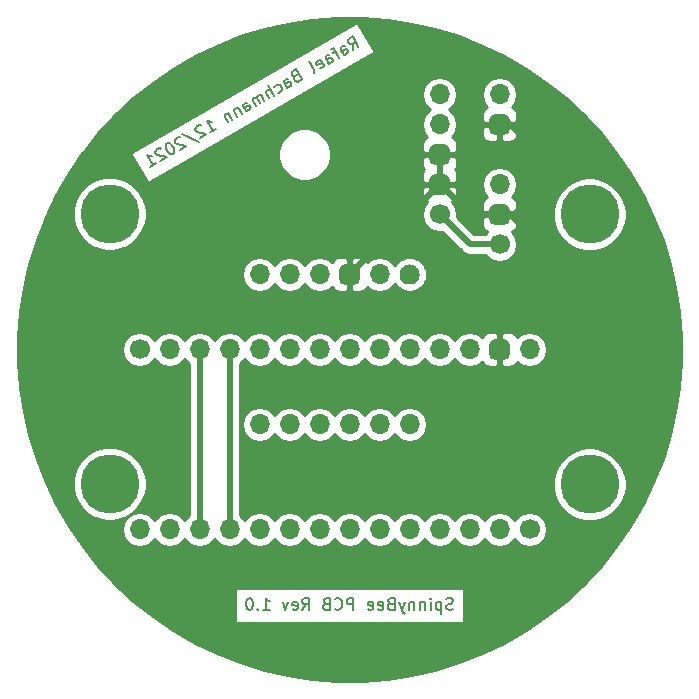
<source format=gbl>
G04 #@! TF.GenerationSoftware,KiCad,Pcbnew,5.1.5+dfsg1-2build2*
G04 #@! TF.CreationDate,2021-12-24T19:22:18+01:00*
G04 #@! TF.ProjectId,spinnybee-pcb,7370696e-6e79-4626-9565-2d7063622e6b,rev?*
G04 #@! TF.SameCoordinates,Original*
G04 #@! TF.FileFunction,Copper,L2,Bot*
G04 #@! TF.FilePolarity,Positive*
%FSLAX46Y46*%
G04 Gerber Fmt 4.6, Leading zero omitted, Abs format (unit mm)*
G04 Created by KiCad (PCBNEW 5.1.5+dfsg1-2build2) date 2021-12-24 19:22:18*
%MOMM*%
%LPD*%
G04 APERTURE LIST*
%ADD10C,0.150000*%
%ADD11C,5.000000*%
%ADD12O,1.700000X1.700000*%
%ADD13C,0.100000*%
%ADD14C,1.700000*%
%ADD15C,0.500000*%
%ADD16C,0.254000*%
G04 APERTURE END LIST*
D10*
X86620290Y-26721059D02*
X86670870Y-26141999D01*
X87115162Y-26435344D02*
X86615162Y-25569319D01*
X86285247Y-25759795D01*
X86226578Y-25848653D01*
X86209149Y-25913702D01*
X86215528Y-26019990D01*
X86286957Y-26143708D01*
X86375815Y-26202377D01*
X86440864Y-26219807D01*
X86547152Y-26213427D01*
X86877067Y-26022951D01*
X85877983Y-27149630D02*
X85616078Y-26695998D01*
X85609698Y-26589710D01*
X85668367Y-26500851D01*
X85833325Y-26405613D01*
X85939613Y-26399233D01*
X85854173Y-27108391D02*
X85960461Y-27102011D01*
X86166658Y-26982963D01*
X86225327Y-26894105D01*
X86218947Y-26787817D01*
X86171328Y-26705338D01*
X86082470Y-26646669D01*
X85976182Y-26653049D01*
X85769985Y-26772097D01*
X85663697Y-26778476D01*
X85255974Y-26738946D02*
X84926060Y-26929423D01*
X85465590Y-27387725D02*
X85037018Y-26645418D01*
X84948160Y-26586749D01*
X84841872Y-26593128D01*
X84759393Y-26640747D01*
X84599564Y-27887725D02*
X84337660Y-27434093D01*
X84331280Y-27327805D01*
X84389949Y-27238946D01*
X84554906Y-27143708D01*
X84661194Y-27137329D01*
X84575755Y-27846486D02*
X84682043Y-27840106D01*
X84888239Y-27721059D01*
X84946909Y-27632200D01*
X84940529Y-27525912D01*
X84892910Y-27443434D01*
X84804051Y-27384764D01*
X84697763Y-27391144D01*
X84491567Y-27510192D01*
X84385279Y-27516572D01*
X83833447Y-28275057D02*
X83939735Y-28268678D01*
X84104693Y-28173440D01*
X84163362Y-28084581D01*
X84156982Y-27978293D01*
X83966506Y-27648379D01*
X83877647Y-27589710D01*
X83771359Y-27596089D01*
X83606402Y-27691327D01*
X83547733Y-27780186D01*
X83554113Y-27886474D01*
X83601732Y-27968952D01*
X84061744Y-27813336D01*
X83321146Y-28625821D02*
X83379815Y-28536962D01*
X83373435Y-28430674D01*
X82944864Y-27688367D01*
X81780823Y-28910283D02*
X81680914Y-29022951D01*
X81663484Y-29088000D01*
X81669864Y-29194288D01*
X81741293Y-29318006D01*
X81830151Y-29376675D01*
X81895200Y-29394105D01*
X82001488Y-29387725D01*
X82331403Y-29197249D01*
X81831403Y-28331224D01*
X81542727Y-28497890D01*
X81484058Y-28586749D01*
X81466629Y-28651798D01*
X81473008Y-28758086D01*
X81520627Y-28840564D01*
X81609486Y-28899233D01*
X81674535Y-28916663D01*
X81780823Y-28910283D01*
X82069498Y-28743617D01*
X81094223Y-29911535D02*
X80832319Y-29457902D01*
X80825939Y-29351614D01*
X80884608Y-29262756D01*
X81049565Y-29167518D01*
X81155853Y-29161138D01*
X81070414Y-29870295D02*
X81176702Y-29863916D01*
X81382899Y-29744868D01*
X81441568Y-29656010D01*
X81435188Y-29549722D01*
X81387569Y-29467243D01*
X81298710Y-29408574D01*
X81192422Y-29414954D01*
X80986226Y-29534001D01*
X80879938Y-29540381D01*
X80286867Y-30322676D02*
X80393155Y-30316297D01*
X80558112Y-30221059D01*
X80616782Y-30132200D01*
X80634211Y-30067151D01*
X80627832Y-29960863D01*
X80484974Y-29713427D01*
X80396116Y-29654758D01*
X80331067Y-29637329D01*
X80224779Y-29643708D01*
X80059822Y-29738946D01*
X80001153Y-29827805D01*
X79939523Y-30578201D02*
X79439523Y-29712176D01*
X79568369Y-30792487D02*
X79306464Y-30338855D01*
X79300085Y-30232567D01*
X79358754Y-30143708D01*
X79482472Y-30072280D01*
X79588760Y-30065900D01*
X79653809Y-30083330D01*
X79155976Y-31030582D02*
X78822643Y-30453232D01*
X78870262Y-30535711D02*
X78805213Y-30518281D01*
X78698925Y-30524661D01*
X78575207Y-30596089D01*
X78516538Y-30684948D01*
X78522918Y-30791236D01*
X78784822Y-31244868D01*
X78522918Y-30791236D02*
X78434059Y-30732567D01*
X78327771Y-30738946D01*
X78204053Y-30810375D01*
X78145384Y-30899233D01*
X78151764Y-31005521D01*
X78413669Y-31459154D01*
X77630122Y-31911535D02*
X77368217Y-31457902D01*
X77361837Y-31351614D01*
X77420506Y-31262756D01*
X77585464Y-31167518D01*
X77691752Y-31161138D01*
X77606312Y-31870295D02*
X77712600Y-31863916D01*
X77918797Y-31744868D01*
X77977466Y-31656010D01*
X77971086Y-31549722D01*
X77923467Y-31467243D01*
X77834609Y-31408574D01*
X77728321Y-31414954D01*
X77522124Y-31534001D01*
X77415836Y-31540381D01*
X76884395Y-31572280D02*
X77217729Y-32149630D01*
X76932014Y-31654758D02*
X76866966Y-31637329D01*
X76760677Y-31643708D01*
X76636960Y-31715137D01*
X76578290Y-31803995D01*
X76584670Y-31910283D01*
X76846575Y-32363916D01*
X76100849Y-32024661D02*
X76434182Y-32602011D01*
X76148468Y-32107139D02*
X76083419Y-32089710D01*
X75977131Y-32096089D01*
X75853413Y-32167518D01*
X75794744Y-32256376D01*
X75801123Y-32362664D01*
X76063028Y-32816297D01*
X74537174Y-33697249D02*
X75032046Y-33411535D01*
X74784610Y-33554392D02*
X74284610Y-32688367D01*
X74438517Y-32764465D01*
X74568615Y-32799325D01*
X74674903Y-32792945D01*
X73754879Y-33104178D02*
X73689830Y-33086749D01*
X73583542Y-33093128D01*
X73377345Y-33212176D01*
X73318676Y-33301034D01*
X73301246Y-33366083D01*
X73307626Y-33472371D01*
X73355245Y-33554850D01*
X73467913Y-33654758D01*
X74248499Y-33863916D01*
X73712388Y-34173440D01*
X72198835Y-33837603D02*
X73584000Y-34522493D01*
X72022828Y-34104178D02*
X71957779Y-34086749D01*
X71851491Y-34093128D01*
X71645294Y-34212176D01*
X71586625Y-34301034D01*
X71569195Y-34366083D01*
X71575575Y-34472371D01*
X71623194Y-34554850D01*
X71735862Y-34654758D01*
X72516448Y-34863916D01*
X71980337Y-35173440D01*
X70944226Y-34616938D02*
X70861747Y-34664557D01*
X70803078Y-34753415D01*
X70785649Y-34818464D01*
X70792028Y-34924752D01*
X70846027Y-35113519D01*
X70965075Y-35319716D01*
X71101552Y-35460863D01*
X71190410Y-35519532D01*
X71255459Y-35536962D01*
X71361747Y-35530582D01*
X71444226Y-35482963D01*
X71502895Y-35394105D01*
X71520325Y-35329056D01*
X71513945Y-35222768D01*
X71459946Y-35034001D01*
X71340899Y-34827805D01*
X71204421Y-34686657D01*
X71115563Y-34627988D01*
X71050514Y-34610558D01*
X70944226Y-34616938D01*
X70373256Y-35056559D02*
X70308207Y-35039130D01*
X70201919Y-35045509D01*
X69995722Y-35164557D01*
X69937053Y-35253415D01*
X69919623Y-35318464D01*
X69926003Y-35424752D01*
X69973622Y-35507231D01*
X70086290Y-35607139D01*
X70866876Y-35816297D01*
X70330765Y-36125821D01*
X69505979Y-36602011D02*
X70000850Y-36316297D01*
X69753415Y-36459154D02*
X69253415Y-35593128D01*
X69407322Y-35669227D01*
X69537419Y-35704087D01*
X69643708Y-35697707D01*
X95121904Y-74064761D02*
X94979047Y-74112380D01*
X94740952Y-74112380D01*
X94645714Y-74064761D01*
X94598095Y-74017142D01*
X94550476Y-73921904D01*
X94550476Y-73826666D01*
X94598095Y-73731428D01*
X94645714Y-73683809D01*
X94740952Y-73636190D01*
X94931428Y-73588571D01*
X95026666Y-73540952D01*
X95074285Y-73493333D01*
X95121904Y-73398095D01*
X95121904Y-73302857D01*
X95074285Y-73207619D01*
X95026666Y-73160000D01*
X94931428Y-73112380D01*
X94693333Y-73112380D01*
X94550476Y-73160000D01*
X94121904Y-73445714D02*
X94121904Y-74445714D01*
X94121904Y-73493333D02*
X94026666Y-73445714D01*
X93836190Y-73445714D01*
X93740952Y-73493333D01*
X93693333Y-73540952D01*
X93645714Y-73636190D01*
X93645714Y-73921904D01*
X93693333Y-74017142D01*
X93740952Y-74064761D01*
X93836190Y-74112380D01*
X94026666Y-74112380D01*
X94121904Y-74064761D01*
X93217142Y-74112380D02*
X93217142Y-73445714D01*
X93217142Y-73112380D02*
X93264761Y-73160000D01*
X93217142Y-73207619D01*
X93169523Y-73160000D01*
X93217142Y-73112380D01*
X93217142Y-73207619D01*
X92740952Y-73445714D02*
X92740952Y-74112380D01*
X92740952Y-73540952D02*
X92693333Y-73493333D01*
X92598095Y-73445714D01*
X92455238Y-73445714D01*
X92360000Y-73493333D01*
X92312380Y-73588571D01*
X92312380Y-74112380D01*
X91836190Y-73445714D02*
X91836190Y-74112380D01*
X91836190Y-73540952D02*
X91788571Y-73493333D01*
X91693333Y-73445714D01*
X91550476Y-73445714D01*
X91455238Y-73493333D01*
X91407619Y-73588571D01*
X91407619Y-74112380D01*
X91026666Y-73445714D02*
X90788571Y-74112380D01*
X90550476Y-73445714D02*
X90788571Y-74112380D01*
X90883809Y-74350476D01*
X90931428Y-74398095D01*
X91026666Y-74445714D01*
X89836190Y-73588571D02*
X89693333Y-73636190D01*
X89645714Y-73683809D01*
X89598095Y-73779047D01*
X89598095Y-73921904D01*
X89645714Y-74017142D01*
X89693333Y-74064761D01*
X89788571Y-74112380D01*
X90169523Y-74112380D01*
X90169523Y-73112380D01*
X89836190Y-73112380D01*
X89740952Y-73160000D01*
X89693333Y-73207619D01*
X89645714Y-73302857D01*
X89645714Y-73398095D01*
X89693333Y-73493333D01*
X89740952Y-73540952D01*
X89836190Y-73588571D01*
X90169523Y-73588571D01*
X88788571Y-74064761D02*
X88883809Y-74112380D01*
X89074285Y-74112380D01*
X89169523Y-74064761D01*
X89217142Y-73969523D01*
X89217142Y-73588571D01*
X89169523Y-73493333D01*
X89074285Y-73445714D01*
X88883809Y-73445714D01*
X88788571Y-73493333D01*
X88740952Y-73588571D01*
X88740952Y-73683809D01*
X89217142Y-73779047D01*
X87931428Y-74064761D02*
X88026666Y-74112380D01*
X88217142Y-74112380D01*
X88312380Y-74064761D01*
X88360000Y-73969523D01*
X88360000Y-73588571D01*
X88312380Y-73493333D01*
X88217142Y-73445714D01*
X88026666Y-73445714D01*
X87931428Y-73493333D01*
X87883809Y-73588571D01*
X87883809Y-73683809D01*
X88360000Y-73779047D01*
X86693333Y-74112380D02*
X86693333Y-73112380D01*
X86312380Y-73112380D01*
X86217142Y-73160000D01*
X86169523Y-73207619D01*
X86121904Y-73302857D01*
X86121904Y-73445714D01*
X86169523Y-73540952D01*
X86217142Y-73588571D01*
X86312380Y-73636190D01*
X86693333Y-73636190D01*
X85121904Y-74017142D02*
X85169523Y-74064761D01*
X85312380Y-74112380D01*
X85407619Y-74112380D01*
X85550476Y-74064761D01*
X85645714Y-73969523D01*
X85693333Y-73874285D01*
X85740952Y-73683809D01*
X85740952Y-73540952D01*
X85693333Y-73350476D01*
X85645714Y-73255238D01*
X85550476Y-73160000D01*
X85407619Y-73112380D01*
X85312380Y-73112380D01*
X85169523Y-73160000D01*
X85121904Y-73207619D01*
X84360000Y-73588571D02*
X84217142Y-73636190D01*
X84169523Y-73683809D01*
X84121904Y-73779047D01*
X84121904Y-73921904D01*
X84169523Y-74017142D01*
X84217142Y-74064761D01*
X84312380Y-74112380D01*
X84693333Y-74112380D01*
X84693333Y-73112380D01*
X84360000Y-73112380D01*
X84264761Y-73160000D01*
X84217142Y-73207619D01*
X84169523Y-73302857D01*
X84169523Y-73398095D01*
X84217142Y-73493333D01*
X84264761Y-73540952D01*
X84360000Y-73588571D01*
X84693333Y-73588571D01*
X82360000Y-74112380D02*
X82693333Y-73636190D01*
X82931428Y-74112380D02*
X82931428Y-73112380D01*
X82550476Y-73112380D01*
X82455238Y-73160000D01*
X82407619Y-73207619D01*
X82360000Y-73302857D01*
X82360000Y-73445714D01*
X82407619Y-73540952D01*
X82455238Y-73588571D01*
X82550476Y-73636190D01*
X82931428Y-73636190D01*
X81550476Y-74064761D02*
X81645714Y-74112380D01*
X81836190Y-74112380D01*
X81931428Y-74064761D01*
X81979047Y-73969523D01*
X81979047Y-73588571D01*
X81931428Y-73493333D01*
X81836190Y-73445714D01*
X81645714Y-73445714D01*
X81550476Y-73493333D01*
X81502857Y-73588571D01*
X81502857Y-73683809D01*
X81979047Y-73779047D01*
X81169523Y-73445714D02*
X80931428Y-74112380D01*
X80693333Y-73445714D01*
X79026666Y-74112380D02*
X79598095Y-74112380D01*
X79312380Y-74112380D02*
X79312380Y-73112380D01*
X79407619Y-73255238D01*
X79502857Y-73350476D01*
X79598095Y-73398095D01*
X78598095Y-74017142D02*
X78550476Y-74064761D01*
X78598095Y-74112380D01*
X78645714Y-74064761D01*
X78598095Y-74017142D01*
X78598095Y-74112380D01*
X77931428Y-73112380D02*
X77836190Y-73112380D01*
X77740952Y-73160000D01*
X77693333Y-73207619D01*
X77645714Y-73302857D01*
X77598095Y-73493333D01*
X77598095Y-73731428D01*
X77645714Y-73921904D01*
X77693333Y-74017142D01*
X77740952Y-74064761D01*
X77836190Y-74112380D01*
X77931428Y-74112380D01*
X78026666Y-74064761D01*
X78074285Y-74017142D01*
X78121904Y-73921904D01*
X78169523Y-73731428D01*
X78169523Y-73493333D01*
X78121904Y-73302857D01*
X78074285Y-73207619D01*
X78026666Y-73160000D01*
X77931428Y-73112380D01*
D11*
X66040000Y-63449000D03*
X106680000Y-63500000D03*
X66040000Y-40589000D03*
X106680000Y-40640000D03*
D12*
X99060000Y-30480000D03*
G04 #@! TA.AperFunction,ComponentPad*
D13*
G36*
X99526657Y-32172046D02*
G01*
X99567913Y-32178166D01*
X99608371Y-32188300D01*
X99647640Y-32202351D01*
X99685344Y-32220183D01*
X99721117Y-32241625D01*
X99754617Y-32266471D01*
X99785520Y-32294480D01*
X99813529Y-32325383D01*
X99838375Y-32358883D01*
X99859817Y-32394656D01*
X99877649Y-32432360D01*
X99891700Y-32471629D01*
X99901834Y-32512087D01*
X99907954Y-32553343D01*
X99910000Y-32595000D01*
X99910000Y-33445000D01*
X99907954Y-33486657D01*
X99901834Y-33527913D01*
X99891700Y-33568371D01*
X99877649Y-33607640D01*
X99859817Y-33645344D01*
X99838375Y-33681117D01*
X99813529Y-33714617D01*
X99785520Y-33745520D01*
X99754617Y-33773529D01*
X99721117Y-33798375D01*
X99685344Y-33819817D01*
X99647640Y-33837649D01*
X99608371Y-33851700D01*
X99567913Y-33861834D01*
X99526657Y-33867954D01*
X99485000Y-33870000D01*
X98635000Y-33870000D01*
X98593343Y-33867954D01*
X98552087Y-33861834D01*
X98511629Y-33851700D01*
X98472360Y-33837649D01*
X98434656Y-33819817D01*
X98398883Y-33798375D01*
X98365383Y-33773529D01*
X98334480Y-33745520D01*
X98306471Y-33714617D01*
X98281625Y-33681117D01*
X98260183Y-33645344D01*
X98242351Y-33607640D01*
X98228300Y-33568371D01*
X98218166Y-33527913D01*
X98212046Y-33486657D01*
X98210000Y-33445000D01*
X98210000Y-32595000D01*
X98212046Y-32553343D01*
X98218166Y-32512087D01*
X98228300Y-32471629D01*
X98242351Y-32432360D01*
X98260183Y-32394656D01*
X98281625Y-32358883D01*
X98306471Y-32325383D01*
X98334480Y-32294480D01*
X98365383Y-32266471D01*
X98398883Y-32241625D01*
X98434656Y-32220183D01*
X98472360Y-32202351D01*
X98511629Y-32188300D01*
X98552087Y-32178166D01*
X98593343Y-32172046D01*
X98635000Y-32170000D01*
X99485000Y-32170000D01*
X99526657Y-32172046D01*
G37*
G04 #@! TD.AperFunction*
D12*
X99060000Y-38100000D03*
G04 #@! TA.AperFunction,ComponentPad*
D13*
G36*
X99526657Y-39792046D02*
G01*
X99567913Y-39798166D01*
X99608371Y-39808300D01*
X99647640Y-39822351D01*
X99685344Y-39840183D01*
X99721117Y-39861625D01*
X99754617Y-39886471D01*
X99785520Y-39914480D01*
X99813529Y-39945383D01*
X99838375Y-39978883D01*
X99859817Y-40014656D01*
X99877649Y-40052360D01*
X99891700Y-40091629D01*
X99901834Y-40132087D01*
X99907954Y-40173343D01*
X99910000Y-40215000D01*
X99910000Y-41065000D01*
X99907954Y-41106657D01*
X99901834Y-41147913D01*
X99891700Y-41188371D01*
X99877649Y-41227640D01*
X99859817Y-41265344D01*
X99838375Y-41301117D01*
X99813529Y-41334617D01*
X99785520Y-41365520D01*
X99754617Y-41393529D01*
X99721117Y-41418375D01*
X99685344Y-41439817D01*
X99647640Y-41457649D01*
X99608371Y-41471700D01*
X99567913Y-41481834D01*
X99526657Y-41487954D01*
X99485000Y-41490000D01*
X98635000Y-41490000D01*
X98593343Y-41487954D01*
X98552087Y-41481834D01*
X98511629Y-41471700D01*
X98472360Y-41457649D01*
X98434656Y-41439817D01*
X98398883Y-41418375D01*
X98365383Y-41393529D01*
X98334480Y-41365520D01*
X98306471Y-41334617D01*
X98281625Y-41301117D01*
X98260183Y-41265344D01*
X98242351Y-41227640D01*
X98228300Y-41188371D01*
X98218166Y-41147913D01*
X98212046Y-41106657D01*
X98210000Y-41065000D01*
X98210000Y-40215000D01*
X98212046Y-40173343D01*
X98218166Y-40132087D01*
X98228300Y-40091629D01*
X98242351Y-40052360D01*
X98260183Y-40014656D01*
X98281625Y-39978883D01*
X98306471Y-39945383D01*
X98334480Y-39914480D01*
X98365383Y-39886471D01*
X98398883Y-39861625D01*
X98434656Y-39840183D01*
X98472360Y-39822351D01*
X98511629Y-39808300D01*
X98552087Y-39798166D01*
X98593343Y-39792046D01*
X98635000Y-39790000D01*
X99485000Y-39790000D01*
X99526657Y-39792046D01*
G37*
G04 #@! TD.AperFunction*
D14*
X99060000Y-43180000D03*
D12*
X93980000Y-30480000D03*
X93980000Y-33020000D03*
G04 #@! TA.AperFunction,ComponentPad*
D13*
G36*
X94446657Y-34712046D02*
G01*
X94487913Y-34718166D01*
X94528371Y-34728300D01*
X94567640Y-34742351D01*
X94605344Y-34760183D01*
X94641117Y-34781625D01*
X94674617Y-34806471D01*
X94705520Y-34834480D01*
X94733529Y-34865383D01*
X94758375Y-34898883D01*
X94779817Y-34934656D01*
X94797649Y-34972360D01*
X94811700Y-35011629D01*
X94821834Y-35052087D01*
X94827954Y-35093343D01*
X94830000Y-35135000D01*
X94830000Y-35985000D01*
X94827954Y-36026657D01*
X94821834Y-36067913D01*
X94811700Y-36108371D01*
X94797649Y-36147640D01*
X94779817Y-36185344D01*
X94758375Y-36221117D01*
X94733529Y-36254617D01*
X94705520Y-36285520D01*
X94674617Y-36313529D01*
X94641117Y-36338375D01*
X94605344Y-36359817D01*
X94567640Y-36377649D01*
X94528371Y-36391700D01*
X94487913Y-36401834D01*
X94446657Y-36407954D01*
X94405000Y-36410000D01*
X93555000Y-36410000D01*
X93513343Y-36407954D01*
X93472087Y-36401834D01*
X93431629Y-36391700D01*
X93392360Y-36377649D01*
X93354656Y-36359817D01*
X93318883Y-36338375D01*
X93285383Y-36313529D01*
X93254480Y-36285520D01*
X93226471Y-36254617D01*
X93201625Y-36221117D01*
X93180183Y-36185344D01*
X93162351Y-36147640D01*
X93148300Y-36108371D01*
X93138166Y-36067913D01*
X93132046Y-36026657D01*
X93130000Y-35985000D01*
X93130000Y-35135000D01*
X93132046Y-35093343D01*
X93138166Y-35052087D01*
X93148300Y-35011629D01*
X93162351Y-34972360D01*
X93180183Y-34934656D01*
X93201625Y-34898883D01*
X93226471Y-34865383D01*
X93254480Y-34834480D01*
X93285383Y-34806471D01*
X93318883Y-34781625D01*
X93354656Y-34760183D01*
X93392360Y-34742351D01*
X93431629Y-34728300D01*
X93472087Y-34718166D01*
X93513343Y-34712046D01*
X93555000Y-34710000D01*
X94405000Y-34710000D01*
X94446657Y-34712046D01*
G37*
G04 #@! TD.AperFunction*
G04 #@! TA.AperFunction,ComponentPad*
G36*
X94446657Y-37252046D02*
G01*
X94487913Y-37258166D01*
X94528371Y-37268300D01*
X94567640Y-37282351D01*
X94605344Y-37300183D01*
X94641117Y-37321625D01*
X94674617Y-37346471D01*
X94705520Y-37374480D01*
X94733529Y-37405383D01*
X94758375Y-37438883D01*
X94779817Y-37474656D01*
X94797649Y-37512360D01*
X94811700Y-37551629D01*
X94821834Y-37592087D01*
X94827954Y-37633343D01*
X94830000Y-37675000D01*
X94830000Y-38525000D01*
X94827954Y-38566657D01*
X94821834Y-38607913D01*
X94811700Y-38648371D01*
X94797649Y-38687640D01*
X94779817Y-38725344D01*
X94758375Y-38761117D01*
X94733529Y-38794617D01*
X94705520Y-38825520D01*
X94674617Y-38853529D01*
X94641117Y-38878375D01*
X94605344Y-38899817D01*
X94567640Y-38917649D01*
X94528371Y-38931700D01*
X94487913Y-38941834D01*
X94446657Y-38947954D01*
X94405000Y-38950000D01*
X93555000Y-38950000D01*
X93513343Y-38947954D01*
X93472087Y-38941834D01*
X93431629Y-38931700D01*
X93392360Y-38917649D01*
X93354656Y-38899817D01*
X93318883Y-38878375D01*
X93285383Y-38853529D01*
X93254480Y-38825520D01*
X93226471Y-38794617D01*
X93201625Y-38761117D01*
X93180183Y-38725344D01*
X93162351Y-38687640D01*
X93148300Y-38648371D01*
X93138166Y-38607913D01*
X93132046Y-38566657D01*
X93130000Y-38525000D01*
X93130000Y-37675000D01*
X93132046Y-37633343D01*
X93138166Y-37592087D01*
X93148300Y-37551629D01*
X93162351Y-37512360D01*
X93180183Y-37474656D01*
X93201625Y-37438883D01*
X93226471Y-37405383D01*
X93254480Y-37374480D01*
X93285383Y-37346471D01*
X93318883Y-37321625D01*
X93354656Y-37300183D01*
X93392360Y-37282351D01*
X93431629Y-37268300D01*
X93472087Y-37258166D01*
X93513343Y-37252046D01*
X93555000Y-37250000D01*
X94405000Y-37250000D01*
X94446657Y-37252046D01*
G37*
G04 #@! TD.AperFunction*
D14*
X93980000Y-40640000D03*
G04 #@! TA.AperFunction,ComponentPad*
D13*
G36*
X92280800Y-45844721D02*
G01*
X92264527Y-45926533D01*
X92240312Y-46006356D01*
X92208391Y-46083422D01*
X92169069Y-46156987D01*
X92122726Y-46226344D01*
X92069808Y-46290825D01*
X92010825Y-46349808D01*
X91946344Y-46402726D01*
X91876987Y-46449069D01*
X91803422Y-46488391D01*
X91726356Y-46520312D01*
X91646533Y-46544527D01*
X91564721Y-46560800D01*
X91481708Y-46568976D01*
X91398292Y-46568976D01*
X91315279Y-46560800D01*
X91233467Y-46544527D01*
X91153644Y-46520312D01*
X91076578Y-46488391D01*
X91003013Y-46449069D01*
X90933656Y-46402726D01*
X90869175Y-46349808D01*
X90810192Y-46290825D01*
X90757274Y-46226344D01*
X90710931Y-46156987D01*
X90671609Y-46083422D01*
X90639688Y-46006356D01*
X90615473Y-45926533D01*
X90599200Y-45844721D01*
X90591024Y-45761708D01*
X90591024Y-45678292D01*
X90599200Y-45595279D01*
X90615473Y-45513467D01*
X90639688Y-45433644D01*
X90671609Y-45356578D01*
X90710931Y-45283013D01*
X90757274Y-45213656D01*
X90810192Y-45149175D01*
X90869175Y-45090192D01*
X90933656Y-45037274D01*
X91003013Y-44990931D01*
X91076578Y-44951609D01*
X91153644Y-44919688D01*
X91233467Y-44895473D01*
X91315279Y-44879200D01*
X91398292Y-44871024D01*
X91481708Y-44871024D01*
X91564721Y-44879200D01*
X91646533Y-44895473D01*
X91726356Y-44919688D01*
X91803422Y-44951609D01*
X91876987Y-44990931D01*
X91946344Y-45037274D01*
X92010825Y-45090192D01*
X92069808Y-45149175D01*
X92122726Y-45213656D01*
X92169069Y-45283013D01*
X92208391Y-45356578D01*
X92240312Y-45433644D01*
X92264527Y-45513467D01*
X92280800Y-45595279D01*
X92288976Y-45678292D01*
X92288976Y-45761708D01*
X92280800Y-45844721D01*
G37*
G04 #@! TD.AperFunction*
D12*
X88900000Y-45720000D03*
G04 #@! TA.AperFunction,ComponentPad*
D13*
G36*
X86826657Y-44872046D02*
G01*
X86867913Y-44878166D01*
X86908371Y-44888300D01*
X86947640Y-44902351D01*
X86985344Y-44920183D01*
X87021117Y-44941625D01*
X87054617Y-44966471D01*
X87085520Y-44994480D01*
X87113529Y-45025383D01*
X87138375Y-45058883D01*
X87159817Y-45094656D01*
X87177649Y-45132360D01*
X87191700Y-45171629D01*
X87201834Y-45212087D01*
X87207954Y-45253343D01*
X87210000Y-45295000D01*
X87210000Y-46145000D01*
X87207954Y-46186657D01*
X87201834Y-46227913D01*
X87191700Y-46268371D01*
X87177649Y-46307640D01*
X87159817Y-46345344D01*
X87138375Y-46381117D01*
X87113529Y-46414617D01*
X87085520Y-46445520D01*
X87054617Y-46473529D01*
X87021117Y-46498375D01*
X86985344Y-46519817D01*
X86947640Y-46537649D01*
X86908371Y-46551700D01*
X86867913Y-46561834D01*
X86826657Y-46567954D01*
X86785000Y-46570000D01*
X85935000Y-46570000D01*
X85893343Y-46567954D01*
X85852087Y-46561834D01*
X85811629Y-46551700D01*
X85772360Y-46537649D01*
X85734656Y-46519817D01*
X85698883Y-46498375D01*
X85665383Y-46473529D01*
X85634480Y-46445520D01*
X85606471Y-46414617D01*
X85581625Y-46381117D01*
X85560183Y-46345344D01*
X85542351Y-46307640D01*
X85528300Y-46268371D01*
X85518166Y-46227913D01*
X85512046Y-46186657D01*
X85510000Y-46145000D01*
X85510000Y-45295000D01*
X85512046Y-45253343D01*
X85518166Y-45212087D01*
X85528300Y-45171629D01*
X85542351Y-45132360D01*
X85560183Y-45094656D01*
X85581625Y-45058883D01*
X85606471Y-45025383D01*
X85634480Y-44994480D01*
X85665383Y-44966471D01*
X85698883Y-44941625D01*
X85734656Y-44920183D01*
X85772360Y-44902351D01*
X85811629Y-44888300D01*
X85852087Y-44878166D01*
X85893343Y-44872046D01*
X85935000Y-44870000D01*
X86785000Y-44870000D01*
X86826657Y-44872046D01*
G37*
G04 #@! TD.AperFunction*
D12*
X83820000Y-45720000D03*
X81280000Y-45720000D03*
X78740000Y-45720000D03*
X78740000Y-58420000D03*
X81280000Y-58420000D03*
X83820000Y-58420000D03*
X86360000Y-58420000D03*
X88900000Y-58420000D03*
X91440000Y-58420000D03*
X101600000Y-52070000D03*
G04 #@! TA.AperFunction,ComponentPad*
D13*
G36*
X99526657Y-51222046D02*
G01*
X99567913Y-51228166D01*
X99608371Y-51238300D01*
X99647640Y-51252351D01*
X99685344Y-51270183D01*
X99721117Y-51291625D01*
X99754617Y-51316471D01*
X99785520Y-51344480D01*
X99813529Y-51375383D01*
X99838375Y-51408883D01*
X99859817Y-51444656D01*
X99877649Y-51482360D01*
X99891700Y-51521629D01*
X99901834Y-51562087D01*
X99907954Y-51603343D01*
X99910000Y-51645000D01*
X99910000Y-52495000D01*
X99907954Y-52536657D01*
X99901834Y-52577913D01*
X99891700Y-52618371D01*
X99877649Y-52657640D01*
X99859817Y-52695344D01*
X99838375Y-52731117D01*
X99813529Y-52764617D01*
X99785520Y-52795520D01*
X99754617Y-52823529D01*
X99721117Y-52848375D01*
X99685344Y-52869817D01*
X99647640Y-52887649D01*
X99608371Y-52901700D01*
X99567913Y-52911834D01*
X99526657Y-52917954D01*
X99485000Y-52920000D01*
X98635000Y-52920000D01*
X98593343Y-52917954D01*
X98552087Y-52911834D01*
X98511629Y-52901700D01*
X98472360Y-52887649D01*
X98434656Y-52869817D01*
X98398883Y-52848375D01*
X98365383Y-52823529D01*
X98334480Y-52795520D01*
X98306471Y-52764617D01*
X98281625Y-52731117D01*
X98260183Y-52695344D01*
X98242351Y-52657640D01*
X98228300Y-52618371D01*
X98218166Y-52577913D01*
X98212046Y-52536657D01*
X98210000Y-52495000D01*
X98210000Y-51645000D01*
X98212046Y-51603343D01*
X98218166Y-51562087D01*
X98228300Y-51521629D01*
X98242351Y-51482360D01*
X98260183Y-51444656D01*
X98281625Y-51408883D01*
X98306471Y-51375383D01*
X98334480Y-51344480D01*
X98365383Y-51316471D01*
X98398883Y-51291625D01*
X98434656Y-51270183D01*
X98472360Y-51252351D01*
X98511629Y-51238300D01*
X98552087Y-51228166D01*
X98593343Y-51222046D01*
X98635000Y-51220000D01*
X99485000Y-51220000D01*
X99526657Y-51222046D01*
G37*
G04 #@! TD.AperFunction*
D12*
X96520000Y-52070000D03*
X93980000Y-52070000D03*
X91440000Y-52070000D03*
X88900000Y-52070000D03*
X86360000Y-52070000D03*
X83820000Y-52070000D03*
X81280000Y-52070000D03*
X78740000Y-52070000D03*
X76200000Y-52070000D03*
X73660000Y-52070000D03*
X71120000Y-52070000D03*
D14*
X68580000Y-52070000D03*
D12*
X68580000Y-67310000D03*
X71120000Y-67310000D03*
X73660000Y-67310000D03*
X76200000Y-67310000D03*
X78740000Y-67310000D03*
X81280000Y-67310000D03*
X83820000Y-67310000D03*
X86360000Y-67310000D03*
X88900000Y-67310000D03*
X91440000Y-67310000D03*
X93980000Y-67310000D03*
X96520000Y-67310000D03*
X99060000Y-67310000D03*
D14*
X101600000Y-67310000D03*
D15*
X96520000Y-43180000D02*
X99060000Y-43180000D01*
X93980000Y-40640000D02*
X96520000Y-43180000D01*
X99060000Y-52070000D02*
X99060000Y-49530000D01*
X101600000Y-42330000D02*
X99910000Y-40640000D01*
X100330000Y-40640000D02*
X101600000Y-39370000D01*
X101600000Y-46990000D02*
X101600000Y-42330000D01*
X99910000Y-33020000D02*
X99060000Y-33020000D01*
X99910000Y-40640000D02*
X99060000Y-40640000D01*
X101600000Y-34710000D02*
X99910000Y-33020000D01*
X86360000Y-45720000D02*
X93980000Y-38100000D01*
X101600000Y-39370000D02*
X101600000Y-34710000D01*
X99060000Y-49530000D02*
X101600000Y-46990000D01*
X99060000Y-40640000D02*
X100330000Y-40640000D01*
X99060000Y-40640000D02*
X96520000Y-40640000D01*
X96520000Y-40640000D02*
X93980000Y-38100000D01*
X93980000Y-35560000D02*
X93980000Y-38100000D01*
X73660000Y-67310000D02*
X73660000Y-52070000D01*
X76200000Y-52070000D02*
X76200000Y-67310000D01*
D16*
G36*
X89503606Y-24169721D02*
G01*
X91579807Y-24482658D01*
X93626816Y-24949874D01*
X95633186Y-25568758D01*
X97587696Y-26335847D01*
X99479417Y-27246851D01*
X101297769Y-28296677D01*
X103032582Y-29479453D01*
X104674156Y-30788564D01*
X106213310Y-32216690D01*
X107641436Y-33755844D01*
X108950547Y-35397418D01*
X110133323Y-37132231D01*
X111183149Y-38950583D01*
X112094153Y-40842304D01*
X112861242Y-42796814D01*
X113480126Y-44803184D01*
X113947342Y-46850193D01*
X114260279Y-48926394D01*
X114417186Y-51020174D01*
X114417186Y-53119826D01*
X114260279Y-55213606D01*
X113947342Y-57289807D01*
X113480126Y-59336816D01*
X112861242Y-61343186D01*
X112094153Y-63297696D01*
X111183149Y-65189417D01*
X110133323Y-67007769D01*
X108950547Y-68742582D01*
X107641436Y-70384156D01*
X106213310Y-71923310D01*
X104674156Y-73351436D01*
X103032582Y-74660547D01*
X101297769Y-75843323D01*
X99479417Y-76893149D01*
X97587696Y-77804153D01*
X95633186Y-78571242D01*
X93626816Y-79190126D01*
X91579807Y-79657342D01*
X89503606Y-79970279D01*
X87409826Y-80127186D01*
X85310174Y-80127186D01*
X83216394Y-79970279D01*
X81140193Y-79657342D01*
X79093184Y-79190126D01*
X77086814Y-78571242D01*
X75132304Y-77804153D01*
X73240583Y-76893149D01*
X71422231Y-75843323D01*
X69687418Y-74660547D01*
X68045844Y-73351436D01*
X66877639Y-72267500D01*
X76697619Y-72267500D01*
X76697619Y-75187500D01*
X96022381Y-75187500D01*
X96022381Y-72267500D01*
X76697619Y-72267500D01*
X66877639Y-72267500D01*
X66506690Y-71923310D01*
X65078564Y-70384156D01*
X63769453Y-68742582D01*
X62586677Y-67007769D01*
X61536851Y-65189417D01*
X60625847Y-63297696D01*
X60564046Y-63140229D01*
X62905000Y-63140229D01*
X62905000Y-63757771D01*
X63025476Y-64363446D01*
X63261799Y-64933979D01*
X63604886Y-65447446D01*
X64041554Y-65884114D01*
X64555021Y-66227201D01*
X65125554Y-66463524D01*
X65731229Y-66584000D01*
X66348771Y-66584000D01*
X66954446Y-66463524D01*
X67524979Y-66227201D01*
X68038446Y-65884114D01*
X68475114Y-65447446D01*
X68818201Y-64933979D01*
X69054524Y-64363446D01*
X69175000Y-63757771D01*
X69175000Y-63140229D01*
X69054524Y-62534554D01*
X68818201Y-61964021D01*
X68475114Y-61450554D01*
X68038446Y-61013886D01*
X67524979Y-60670799D01*
X66954446Y-60434476D01*
X66348771Y-60314000D01*
X65731229Y-60314000D01*
X65125554Y-60434476D01*
X64555021Y-60670799D01*
X64041554Y-61013886D01*
X63604886Y-61450554D01*
X63261799Y-61964021D01*
X63025476Y-62534554D01*
X62905000Y-63140229D01*
X60564046Y-63140229D01*
X59858758Y-61343186D01*
X59239874Y-59336816D01*
X58772658Y-57289807D01*
X58459721Y-55213606D01*
X58302814Y-53119826D01*
X58302814Y-51923740D01*
X67095000Y-51923740D01*
X67095000Y-52216260D01*
X67152068Y-52503158D01*
X67264010Y-52773411D01*
X67426525Y-53016632D01*
X67633368Y-53223475D01*
X67876589Y-53385990D01*
X68146842Y-53497932D01*
X68433740Y-53555000D01*
X68726260Y-53555000D01*
X69013158Y-53497932D01*
X69283411Y-53385990D01*
X69526632Y-53223475D01*
X69733475Y-53016632D01*
X69850000Y-52842240D01*
X69966525Y-53016632D01*
X70173368Y-53223475D01*
X70416589Y-53385990D01*
X70686842Y-53497932D01*
X70973740Y-53555000D01*
X71266260Y-53555000D01*
X71553158Y-53497932D01*
X71823411Y-53385990D01*
X72066632Y-53223475D01*
X72273475Y-53016632D01*
X72390000Y-52842240D01*
X72506525Y-53016632D01*
X72713368Y-53223475D01*
X72775001Y-53264657D01*
X72775000Y-66115344D01*
X72713368Y-66156525D01*
X72506525Y-66363368D01*
X72390000Y-66537760D01*
X72273475Y-66363368D01*
X72066632Y-66156525D01*
X71823411Y-65994010D01*
X71553158Y-65882068D01*
X71266260Y-65825000D01*
X70973740Y-65825000D01*
X70686842Y-65882068D01*
X70416589Y-65994010D01*
X70173368Y-66156525D01*
X69966525Y-66363368D01*
X69850000Y-66537760D01*
X69733475Y-66363368D01*
X69526632Y-66156525D01*
X69283411Y-65994010D01*
X69013158Y-65882068D01*
X68726260Y-65825000D01*
X68433740Y-65825000D01*
X68146842Y-65882068D01*
X67876589Y-65994010D01*
X67633368Y-66156525D01*
X67426525Y-66363368D01*
X67264010Y-66606589D01*
X67152068Y-66876842D01*
X67095000Y-67163740D01*
X67095000Y-67456260D01*
X67152068Y-67743158D01*
X67264010Y-68013411D01*
X67426525Y-68256632D01*
X67633368Y-68463475D01*
X67876589Y-68625990D01*
X68146842Y-68737932D01*
X68433740Y-68795000D01*
X68726260Y-68795000D01*
X69013158Y-68737932D01*
X69283411Y-68625990D01*
X69526632Y-68463475D01*
X69733475Y-68256632D01*
X69850000Y-68082240D01*
X69966525Y-68256632D01*
X70173368Y-68463475D01*
X70416589Y-68625990D01*
X70686842Y-68737932D01*
X70973740Y-68795000D01*
X71266260Y-68795000D01*
X71553158Y-68737932D01*
X71823411Y-68625990D01*
X72066632Y-68463475D01*
X72273475Y-68256632D01*
X72390000Y-68082240D01*
X72506525Y-68256632D01*
X72713368Y-68463475D01*
X72956589Y-68625990D01*
X73226842Y-68737932D01*
X73513740Y-68795000D01*
X73806260Y-68795000D01*
X74093158Y-68737932D01*
X74363411Y-68625990D01*
X74606632Y-68463475D01*
X74813475Y-68256632D01*
X74930000Y-68082240D01*
X75046525Y-68256632D01*
X75253368Y-68463475D01*
X75496589Y-68625990D01*
X75766842Y-68737932D01*
X76053740Y-68795000D01*
X76346260Y-68795000D01*
X76633158Y-68737932D01*
X76903411Y-68625990D01*
X77146632Y-68463475D01*
X77353475Y-68256632D01*
X77470000Y-68082240D01*
X77586525Y-68256632D01*
X77793368Y-68463475D01*
X78036589Y-68625990D01*
X78306842Y-68737932D01*
X78593740Y-68795000D01*
X78886260Y-68795000D01*
X79173158Y-68737932D01*
X79443411Y-68625990D01*
X79686632Y-68463475D01*
X79893475Y-68256632D01*
X80010000Y-68082240D01*
X80126525Y-68256632D01*
X80333368Y-68463475D01*
X80576589Y-68625990D01*
X80846842Y-68737932D01*
X81133740Y-68795000D01*
X81426260Y-68795000D01*
X81713158Y-68737932D01*
X81983411Y-68625990D01*
X82226632Y-68463475D01*
X82433475Y-68256632D01*
X82550000Y-68082240D01*
X82666525Y-68256632D01*
X82873368Y-68463475D01*
X83116589Y-68625990D01*
X83386842Y-68737932D01*
X83673740Y-68795000D01*
X83966260Y-68795000D01*
X84253158Y-68737932D01*
X84523411Y-68625990D01*
X84766632Y-68463475D01*
X84973475Y-68256632D01*
X85090000Y-68082240D01*
X85206525Y-68256632D01*
X85413368Y-68463475D01*
X85656589Y-68625990D01*
X85926842Y-68737932D01*
X86213740Y-68795000D01*
X86506260Y-68795000D01*
X86793158Y-68737932D01*
X87063411Y-68625990D01*
X87306632Y-68463475D01*
X87513475Y-68256632D01*
X87630000Y-68082240D01*
X87746525Y-68256632D01*
X87953368Y-68463475D01*
X88196589Y-68625990D01*
X88466842Y-68737932D01*
X88753740Y-68795000D01*
X89046260Y-68795000D01*
X89333158Y-68737932D01*
X89603411Y-68625990D01*
X89846632Y-68463475D01*
X90053475Y-68256632D01*
X90170000Y-68082240D01*
X90286525Y-68256632D01*
X90493368Y-68463475D01*
X90736589Y-68625990D01*
X91006842Y-68737932D01*
X91293740Y-68795000D01*
X91586260Y-68795000D01*
X91873158Y-68737932D01*
X92143411Y-68625990D01*
X92386632Y-68463475D01*
X92593475Y-68256632D01*
X92710000Y-68082240D01*
X92826525Y-68256632D01*
X93033368Y-68463475D01*
X93276589Y-68625990D01*
X93546842Y-68737932D01*
X93833740Y-68795000D01*
X94126260Y-68795000D01*
X94413158Y-68737932D01*
X94683411Y-68625990D01*
X94926632Y-68463475D01*
X95133475Y-68256632D01*
X95250000Y-68082240D01*
X95366525Y-68256632D01*
X95573368Y-68463475D01*
X95816589Y-68625990D01*
X96086842Y-68737932D01*
X96373740Y-68795000D01*
X96666260Y-68795000D01*
X96953158Y-68737932D01*
X97223411Y-68625990D01*
X97466632Y-68463475D01*
X97673475Y-68256632D01*
X97790000Y-68082240D01*
X97906525Y-68256632D01*
X98113368Y-68463475D01*
X98356589Y-68625990D01*
X98626842Y-68737932D01*
X98913740Y-68795000D01*
X99206260Y-68795000D01*
X99493158Y-68737932D01*
X99763411Y-68625990D01*
X100006632Y-68463475D01*
X100213475Y-68256632D01*
X100330000Y-68082240D01*
X100446525Y-68256632D01*
X100653368Y-68463475D01*
X100896589Y-68625990D01*
X101166842Y-68737932D01*
X101453740Y-68795000D01*
X101746260Y-68795000D01*
X102033158Y-68737932D01*
X102303411Y-68625990D01*
X102546632Y-68463475D01*
X102753475Y-68256632D01*
X102915990Y-68013411D01*
X103027932Y-67743158D01*
X103085000Y-67456260D01*
X103085000Y-67163740D01*
X103027932Y-66876842D01*
X102915990Y-66606589D01*
X102753475Y-66363368D01*
X102546632Y-66156525D01*
X102303411Y-65994010D01*
X102033158Y-65882068D01*
X101746260Y-65825000D01*
X101453740Y-65825000D01*
X101166842Y-65882068D01*
X100896589Y-65994010D01*
X100653368Y-66156525D01*
X100446525Y-66363368D01*
X100330000Y-66537760D01*
X100213475Y-66363368D01*
X100006632Y-66156525D01*
X99763411Y-65994010D01*
X99493158Y-65882068D01*
X99206260Y-65825000D01*
X98913740Y-65825000D01*
X98626842Y-65882068D01*
X98356589Y-65994010D01*
X98113368Y-66156525D01*
X97906525Y-66363368D01*
X97790000Y-66537760D01*
X97673475Y-66363368D01*
X97466632Y-66156525D01*
X97223411Y-65994010D01*
X96953158Y-65882068D01*
X96666260Y-65825000D01*
X96373740Y-65825000D01*
X96086842Y-65882068D01*
X95816589Y-65994010D01*
X95573368Y-66156525D01*
X95366525Y-66363368D01*
X95250000Y-66537760D01*
X95133475Y-66363368D01*
X94926632Y-66156525D01*
X94683411Y-65994010D01*
X94413158Y-65882068D01*
X94126260Y-65825000D01*
X93833740Y-65825000D01*
X93546842Y-65882068D01*
X93276589Y-65994010D01*
X93033368Y-66156525D01*
X92826525Y-66363368D01*
X92710000Y-66537760D01*
X92593475Y-66363368D01*
X92386632Y-66156525D01*
X92143411Y-65994010D01*
X91873158Y-65882068D01*
X91586260Y-65825000D01*
X91293740Y-65825000D01*
X91006842Y-65882068D01*
X90736589Y-65994010D01*
X90493368Y-66156525D01*
X90286525Y-66363368D01*
X90170000Y-66537760D01*
X90053475Y-66363368D01*
X89846632Y-66156525D01*
X89603411Y-65994010D01*
X89333158Y-65882068D01*
X89046260Y-65825000D01*
X88753740Y-65825000D01*
X88466842Y-65882068D01*
X88196589Y-65994010D01*
X87953368Y-66156525D01*
X87746525Y-66363368D01*
X87630000Y-66537760D01*
X87513475Y-66363368D01*
X87306632Y-66156525D01*
X87063411Y-65994010D01*
X86793158Y-65882068D01*
X86506260Y-65825000D01*
X86213740Y-65825000D01*
X85926842Y-65882068D01*
X85656589Y-65994010D01*
X85413368Y-66156525D01*
X85206525Y-66363368D01*
X85090000Y-66537760D01*
X84973475Y-66363368D01*
X84766632Y-66156525D01*
X84523411Y-65994010D01*
X84253158Y-65882068D01*
X83966260Y-65825000D01*
X83673740Y-65825000D01*
X83386842Y-65882068D01*
X83116589Y-65994010D01*
X82873368Y-66156525D01*
X82666525Y-66363368D01*
X82550000Y-66537760D01*
X82433475Y-66363368D01*
X82226632Y-66156525D01*
X81983411Y-65994010D01*
X81713158Y-65882068D01*
X81426260Y-65825000D01*
X81133740Y-65825000D01*
X80846842Y-65882068D01*
X80576589Y-65994010D01*
X80333368Y-66156525D01*
X80126525Y-66363368D01*
X80010000Y-66537760D01*
X79893475Y-66363368D01*
X79686632Y-66156525D01*
X79443411Y-65994010D01*
X79173158Y-65882068D01*
X78886260Y-65825000D01*
X78593740Y-65825000D01*
X78306842Y-65882068D01*
X78036589Y-65994010D01*
X77793368Y-66156525D01*
X77586525Y-66363368D01*
X77470000Y-66537760D01*
X77353475Y-66363368D01*
X77146632Y-66156525D01*
X77085000Y-66115344D01*
X77085000Y-63191229D01*
X103545000Y-63191229D01*
X103545000Y-63808771D01*
X103665476Y-64414446D01*
X103901799Y-64984979D01*
X104244886Y-65498446D01*
X104681554Y-65935114D01*
X105195021Y-66278201D01*
X105765554Y-66514524D01*
X106371229Y-66635000D01*
X106988771Y-66635000D01*
X107594446Y-66514524D01*
X108164979Y-66278201D01*
X108678446Y-65935114D01*
X109115114Y-65498446D01*
X109458201Y-64984979D01*
X109694524Y-64414446D01*
X109815000Y-63808771D01*
X109815000Y-63191229D01*
X109694524Y-62585554D01*
X109458201Y-62015021D01*
X109115114Y-61501554D01*
X108678446Y-61064886D01*
X108164979Y-60721799D01*
X107594446Y-60485476D01*
X106988771Y-60365000D01*
X106371229Y-60365000D01*
X105765554Y-60485476D01*
X105195021Y-60721799D01*
X104681554Y-61064886D01*
X104244886Y-61501554D01*
X103901799Y-62015021D01*
X103665476Y-62585554D01*
X103545000Y-63191229D01*
X77085000Y-63191229D01*
X77085000Y-58273740D01*
X77255000Y-58273740D01*
X77255000Y-58566260D01*
X77312068Y-58853158D01*
X77424010Y-59123411D01*
X77586525Y-59366632D01*
X77793368Y-59573475D01*
X78036589Y-59735990D01*
X78306842Y-59847932D01*
X78593740Y-59905000D01*
X78886260Y-59905000D01*
X79173158Y-59847932D01*
X79443411Y-59735990D01*
X79686632Y-59573475D01*
X79893475Y-59366632D01*
X80010000Y-59192240D01*
X80126525Y-59366632D01*
X80333368Y-59573475D01*
X80576589Y-59735990D01*
X80846842Y-59847932D01*
X81133740Y-59905000D01*
X81426260Y-59905000D01*
X81713158Y-59847932D01*
X81983411Y-59735990D01*
X82226632Y-59573475D01*
X82433475Y-59366632D01*
X82550000Y-59192240D01*
X82666525Y-59366632D01*
X82873368Y-59573475D01*
X83116589Y-59735990D01*
X83386842Y-59847932D01*
X83673740Y-59905000D01*
X83966260Y-59905000D01*
X84253158Y-59847932D01*
X84523411Y-59735990D01*
X84766632Y-59573475D01*
X84973475Y-59366632D01*
X85090000Y-59192240D01*
X85206525Y-59366632D01*
X85413368Y-59573475D01*
X85656589Y-59735990D01*
X85926842Y-59847932D01*
X86213740Y-59905000D01*
X86506260Y-59905000D01*
X86793158Y-59847932D01*
X87063411Y-59735990D01*
X87306632Y-59573475D01*
X87513475Y-59366632D01*
X87630000Y-59192240D01*
X87746525Y-59366632D01*
X87953368Y-59573475D01*
X88196589Y-59735990D01*
X88466842Y-59847932D01*
X88753740Y-59905000D01*
X89046260Y-59905000D01*
X89333158Y-59847932D01*
X89603411Y-59735990D01*
X89846632Y-59573475D01*
X90053475Y-59366632D01*
X90170000Y-59192240D01*
X90286525Y-59366632D01*
X90493368Y-59573475D01*
X90736589Y-59735990D01*
X91006842Y-59847932D01*
X91293740Y-59905000D01*
X91586260Y-59905000D01*
X91873158Y-59847932D01*
X92143411Y-59735990D01*
X92386632Y-59573475D01*
X92593475Y-59366632D01*
X92755990Y-59123411D01*
X92867932Y-58853158D01*
X92925000Y-58566260D01*
X92925000Y-58273740D01*
X92867932Y-57986842D01*
X92755990Y-57716589D01*
X92593475Y-57473368D01*
X92386632Y-57266525D01*
X92143411Y-57104010D01*
X91873158Y-56992068D01*
X91586260Y-56935000D01*
X91293740Y-56935000D01*
X91006842Y-56992068D01*
X90736589Y-57104010D01*
X90493368Y-57266525D01*
X90286525Y-57473368D01*
X90170000Y-57647760D01*
X90053475Y-57473368D01*
X89846632Y-57266525D01*
X89603411Y-57104010D01*
X89333158Y-56992068D01*
X89046260Y-56935000D01*
X88753740Y-56935000D01*
X88466842Y-56992068D01*
X88196589Y-57104010D01*
X87953368Y-57266525D01*
X87746525Y-57473368D01*
X87630000Y-57647760D01*
X87513475Y-57473368D01*
X87306632Y-57266525D01*
X87063411Y-57104010D01*
X86793158Y-56992068D01*
X86506260Y-56935000D01*
X86213740Y-56935000D01*
X85926842Y-56992068D01*
X85656589Y-57104010D01*
X85413368Y-57266525D01*
X85206525Y-57473368D01*
X85090000Y-57647760D01*
X84973475Y-57473368D01*
X84766632Y-57266525D01*
X84523411Y-57104010D01*
X84253158Y-56992068D01*
X83966260Y-56935000D01*
X83673740Y-56935000D01*
X83386842Y-56992068D01*
X83116589Y-57104010D01*
X82873368Y-57266525D01*
X82666525Y-57473368D01*
X82550000Y-57647760D01*
X82433475Y-57473368D01*
X82226632Y-57266525D01*
X81983411Y-57104010D01*
X81713158Y-56992068D01*
X81426260Y-56935000D01*
X81133740Y-56935000D01*
X80846842Y-56992068D01*
X80576589Y-57104010D01*
X80333368Y-57266525D01*
X80126525Y-57473368D01*
X80010000Y-57647760D01*
X79893475Y-57473368D01*
X79686632Y-57266525D01*
X79443411Y-57104010D01*
X79173158Y-56992068D01*
X78886260Y-56935000D01*
X78593740Y-56935000D01*
X78306842Y-56992068D01*
X78036589Y-57104010D01*
X77793368Y-57266525D01*
X77586525Y-57473368D01*
X77424010Y-57716589D01*
X77312068Y-57986842D01*
X77255000Y-58273740D01*
X77085000Y-58273740D01*
X77085000Y-53264656D01*
X77146632Y-53223475D01*
X77353475Y-53016632D01*
X77470000Y-52842240D01*
X77586525Y-53016632D01*
X77793368Y-53223475D01*
X78036589Y-53385990D01*
X78306842Y-53497932D01*
X78593740Y-53555000D01*
X78886260Y-53555000D01*
X79173158Y-53497932D01*
X79443411Y-53385990D01*
X79686632Y-53223475D01*
X79893475Y-53016632D01*
X80010000Y-52842240D01*
X80126525Y-53016632D01*
X80333368Y-53223475D01*
X80576589Y-53385990D01*
X80846842Y-53497932D01*
X81133740Y-53555000D01*
X81426260Y-53555000D01*
X81713158Y-53497932D01*
X81983411Y-53385990D01*
X82226632Y-53223475D01*
X82433475Y-53016632D01*
X82550000Y-52842240D01*
X82666525Y-53016632D01*
X82873368Y-53223475D01*
X83116589Y-53385990D01*
X83386842Y-53497932D01*
X83673740Y-53555000D01*
X83966260Y-53555000D01*
X84253158Y-53497932D01*
X84523411Y-53385990D01*
X84766632Y-53223475D01*
X84973475Y-53016632D01*
X85090000Y-52842240D01*
X85206525Y-53016632D01*
X85413368Y-53223475D01*
X85656589Y-53385990D01*
X85926842Y-53497932D01*
X86213740Y-53555000D01*
X86506260Y-53555000D01*
X86793158Y-53497932D01*
X87063411Y-53385990D01*
X87306632Y-53223475D01*
X87513475Y-53016632D01*
X87630000Y-52842240D01*
X87746525Y-53016632D01*
X87953368Y-53223475D01*
X88196589Y-53385990D01*
X88466842Y-53497932D01*
X88753740Y-53555000D01*
X89046260Y-53555000D01*
X89333158Y-53497932D01*
X89603411Y-53385990D01*
X89846632Y-53223475D01*
X90053475Y-53016632D01*
X90170000Y-52842240D01*
X90286525Y-53016632D01*
X90493368Y-53223475D01*
X90736589Y-53385990D01*
X91006842Y-53497932D01*
X91293740Y-53555000D01*
X91586260Y-53555000D01*
X91873158Y-53497932D01*
X92143411Y-53385990D01*
X92386632Y-53223475D01*
X92593475Y-53016632D01*
X92710000Y-52842240D01*
X92826525Y-53016632D01*
X93033368Y-53223475D01*
X93276589Y-53385990D01*
X93546842Y-53497932D01*
X93833740Y-53555000D01*
X94126260Y-53555000D01*
X94413158Y-53497932D01*
X94683411Y-53385990D01*
X94926632Y-53223475D01*
X95133475Y-53016632D01*
X95250000Y-52842240D01*
X95366525Y-53016632D01*
X95573368Y-53223475D01*
X95816589Y-53385990D01*
X96086842Y-53497932D01*
X96373740Y-53555000D01*
X96666260Y-53555000D01*
X96953158Y-53497932D01*
X97223411Y-53385990D01*
X97466632Y-53223475D01*
X97598487Y-53091620D01*
X97620498Y-53164180D01*
X97679463Y-53274494D01*
X97758815Y-53371185D01*
X97855506Y-53450537D01*
X97965820Y-53509502D01*
X98085518Y-53545812D01*
X98210000Y-53558072D01*
X98774250Y-53555000D01*
X98933000Y-53396250D01*
X98933000Y-52197000D01*
X98913000Y-52197000D01*
X98913000Y-51943000D01*
X98933000Y-51943000D01*
X98933000Y-50743750D01*
X99187000Y-50743750D01*
X99187000Y-51943000D01*
X99207000Y-51943000D01*
X99207000Y-52197000D01*
X99187000Y-52197000D01*
X99187000Y-53396250D01*
X99345750Y-53555000D01*
X99910000Y-53558072D01*
X100034482Y-53545812D01*
X100154180Y-53509502D01*
X100264494Y-53450537D01*
X100361185Y-53371185D01*
X100440537Y-53274494D01*
X100499502Y-53164180D01*
X100521513Y-53091620D01*
X100653368Y-53223475D01*
X100896589Y-53385990D01*
X101166842Y-53497932D01*
X101453740Y-53555000D01*
X101746260Y-53555000D01*
X102033158Y-53497932D01*
X102303411Y-53385990D01*
X102546632Y-53223475D01*
X102753475Y-53016632D01*
X102915990Y-52773411D01*
X103027932Y-52503158D01*
X103085000Y-52216260D01*
X103085000Y-51923740D01*
X103027932Y-51636842D01*
X102915990Y-51366589D01*
X102753475Y-51123368D01*
X102546632Y-50916525D01*
X102303411Y-50754010D01*
X102033158Y-50642068D01*
X101746260Y-50585000D01*
X101453740Y-50585000D01*
X101166842Y-50642068D01*
X100896589Y-50754010D01*
X100653368Y-50916525D01*
X100521513Y-51048380D01*
X100499502Y-50975820D01*
X100440537Y-50865506D01*
X100361185Y-50768815D01*
X100264494Y-50689463D01*
X100154180Y-50630498D01*
X100034482Y-50594188D01*
X99910000Y-50581928D01*
X99345750Y-50585000D01*
X99187000Y-50743750D01*
X98933000Y-50743750D01*
X98774250Y-50585000D01*
X98210000Y-50581928D01*
X98085518Y-50594188D01*
X97965820Y-50630498D01*
X97855506Y-50689463D01*
X97758815Y-50768815D01*
X97679463Y-50865506D01*
X97620498Y-50975820D01*
X97598487Y-51048380D01*
X97466632Y-50916525D01*
X97223411Y-50754010D01*
X96953158Y-50642068D01*
X96666260Y-50585000D01*
X96373740Y-50585000D01*
X96086842Y-50642068D01*
X95816589Y-50754010D01*
X95573368Y-50916525D01*
X95366525Y-51123368D01*
X95250000Y-51297760D01*
X95133475Y-51123368D01*
X94926632Y-50916525D01*
X94683411Y-50754010D01*
X94413158Y-50642068D01*
X94126260Y-50585000D01*
X93833740Y-50585000D01*
X93546842Y-50642068D01*
X93276589Y-50754010D01*
X93033368Y-50916525D01*
X92826525Y-51123368D01*
X92710000Y-51297760D01*
X92593475Y-51123368D01*
X92386632Y-50916525D01*
X92143411Y-50754010D01*
X91873158Y-50642068D01*
X91586260Y-50585000D01*
X91293740Y-50585000D01*
X91006842Y-50642068D01*
X90736589Y-50754010D01*
X90493368Y-50916525D01*
X90286525Y-51123368D01*
X90170000Y-51297760D01*
X90053475Y-51123368D01*
X89846632Y-50916525D01*
X89603411Y-50754010D01*
X89333158Y-50642068D01*
X89046260Y-50585000D01*
X88753740Y-50585000D01*
X88466842Y-50642068D01*
X88196589Y-50754010D01*
X87953368Y-50916525D01*
X87746525Y-51123368D01*
X87630000Y-51297760D01*
X87513475Y-51123368D01*
X87306632Y-50916525D01*
X87063411Y-50754010D01*
X86793158Y-50642068D01*
X86506260Y-50585000D01*
X86213740Y-50585000D01*
X85926842Y-50642068D01*
X85656589Y-50754010D01*
X85413368Y-50916525D01*
X85206525Y-51123368D01*
X85090000Y-51297760D01*
X84973475Y-51123368D01*
X84766632Y-50916525D01*
X84523411Y-50754010D01*
X84253158Y-50642068D01*
X83966260Y-50585000D01*
X83673740Y-50585000D01*
X83386842Y-50642068D01*
X83116589Y-50754010D01*
X82873368Y-50916525D01*
X82666525Y-51123368D01*
X82550000Y-51297760D01*
X82433475Y-51123368D01*
X82226632Y-50916525D01*
X81983411Y-50754010D01*
X81713158Y-50642068D01*
X81426260Y-50585000D01*
X81133740Y-50585000D01*
X80846842Y-50642068D01*
X80576589Y-50754010D01*
X80333368Y-50916525D01*
X80126525Y-51123368D01*
X80010000Y-51297760D01*
X79893475Y-51123368D01*
X79686632Y-50916525D01*
X79443411Y-50754010D01*
X79173158Y-50642068D01*
X78886260Y-50585000D01*
X78593740Y-50585000D01*
X78306842Y-50642068D01*
X78036589Y-50754010D01*
X77793368Y-50916525D01*
X77586525Y-51123368D01*
X77470000Y-51297760D01*
X77353475Y-51123368D01*
X77146632Y-50916525D01*
X76903411Y-50754010D01*
X76633158Y-50642068D01*
X76346260Y-50585000D01*
X76053740Y-50585000D01*
X75766842Y-50642068D01*
X75496589Y-50754010D01*
X75253368Y-50916525D01*
X75046525Y-51123368D01*
X74930000Y-51297760D01*
X74813475Y-51123368D01*
X74606632Y-50916525D01*
X74363411Y-50754010D01*
X74093158Y-50642068D01*
X73806260Y-50585000D01*
X73513740Y-50585000D01*
X73226842Y-50642068D01*
X72956589Y-50754010D01*
X72713368Y-50916525D01*
X72506525Y-51123368D01*
X72390000Y-51297760D01*
X72273475Y-51123368D01*
X72066632Y-50916525D01*
X71823411Y-50754010D01*
X71553158Y-50642068D01*
X71266260Y-50585000D01*
X70973740Y-50585000D01*
X70686842Y-50642068D01*
X70416589Y-50754010D01*
X70173368Y-50916525D01*
X69966525Y-51123368D01*
X69850000Y-51297760D01*
X69733475Y-51123368D01*
X69526632Y-50916525D01*
X69283411Y-50754010D01*
X69013158Y-50642068D01*
X68726260Y-50585000D01*
X68433740Y-50585000D01*
X68146842Y-50642068D01*
X67876589Y-50754010D01*
X67633368Y-50916525D01*
X67426525Y-51123368D01*
X67264010Y-51366589D01*
X67152068Y-51636842D01*
X67095000Y-51923740D01*
X58302814Y-51923740D01*
X58302814Y-51020174D01*
X58459721Y-48926394D01*
X58772658Y-46850193D01*
X59063999Y-45573740D01*
X77255000Y-45573740D01*
X77255000Y-45866260D01*
X77312068Y-46153158D01*
X77424010Y-46423411D01*
X77586525Y-46666632D01*
X77793368Y-46873475D01*
X78036589Y-47035990D01*
X78306842Y-47147932D01*
X78593740Y-47205000D01*
X78886260Y-47205000D01*
X79173158Y-47147932D01*
X79443411Y-47035990D01*
X79686632Y-46873475D01*
X79893475Y-46666632D01*
X80010000Y-46492240D01*
X80126525Y-46666632D01*
X80333368Y-46873475D01*
X80576589Y-47035990D01*
X80846842Y-47147932D01*
X81133740Y-47205000D01*
X81426260Y-47205000D01*
X81713158Y-47147932D01*
X81983411Y-47035990D01*
X82226632Y-46873475D01*
X82433475Y-46666632D01*
X82550000Y-46492240D01*
X82666525Y-46666632D01*
X82873368Y-46873475D01*
X83116589Y-47035990D01*
X83386842Y-47147932D01*
X83673740Y-47205000D01*
X83966260Y-47205000D01*
X84253158Y-47147932D01*
X84523411Y-47035990D01*
X84766632Y-46873475D01*
X84898487Y-46741620D01*
X84920498Y-46814180D01*
X84979463Y-46924494D01*
X85058815Y-47021185D01*
X85155506Y-47100537D01*
X85265820Y-47159502D01*
X85385518Y-47195812D01*
X85510000Y-47208072D01*
X86074250Y-47205000D01*
X86233000Y-47046250D01*
X86233000Y-45847000D01*
X86213000Y-45847000D01*
X86213000Y-45593000D01*
X86233000Y-45593000D01*
X86233000Y-44393750D01*
X86487000Y-44393750D01*
X86487000Y-45593000D01*
X86507000Y-45593000D01*
X86507000Y-45847000D01*
X86487000Y-45847000D01*
X86487000Y-47046250D01*
X86645750Y-47205000D01*
X87210000Y-47208072D01*
X87334482Y-47195812D01*
X87454180Y-47159502D01*
X87564494Y-47100537D01*
X87661185Y-47021185D01*
X87740537Y-46924494D01*
X87799502Y-46814180D01*
X87821513Y-46741620D01*
X87953368Y-46873475D01*
X88196589Y-47035990D01*
X88466842Y-47147932D01*
X88753740Y-47205000D01*
X89046260Y-47205000D01*
X89333158Y-47147932D01*
X89603411Y-47035990D01*
X89846632Y-46873475D01*
X90053475Y-46666632D01*
X90170614Y-46491321D01*
X90252403Y-46613727D01*
X90331756Y-46710419D01*
X90449581Y-46828244D01*
X90546273Y-46907597D01*
X90684820Y-47000171D01*
X90795134Y-47059135D01*
X90949079Y-47122901D01*
X91068775Y-47159210D01*
X91232202Y-47191718D01*
X91356685Y-47203979D01*
X91523315Y-47203979D01*
X91647798Y-47191718D01*
X91811225Y-47159210D01*
X91930921Y-47122901D01*
X92084866Y-47059135D01*
X92195180Y-47000171D01*
X92333727Y-46907597D01*
X92430419Y-46828244D01*
X92548244Y-46710419D01*
X92627597Y-46613727D01*
X92720171Y-46475180D01*
X92779135Y-46364866D01*
X92842901Y-46210921D01*
X92879210Y-46091225D01*
X92911718Y-45927798D01*
X92923979Y-45803315D01*
X92923979Y-45636685D01*
X92911718Y-45512202D01*
X92879210Y-45348775D01*
X92842901Y-45229079D01*
X92779135Y-45075134D01*
X92720171Y-44964820D01*
X92627597Y-44826273D01*
X92548244Y-44729581D01*
X92430419Y-44611756D01*
X92333727Y-44532403D01*
X92195180Y-44439829D01*
X92084866Y-44380865D01*
X91930921Y-44317099D01*
X91811225Y-44280790D01*
X91647798Y-44248282D01*
X91523315Y-44236021D01*
X91356685Y-44236021D01*
X91232202Y-44248282D01*
X91068775Y-44280790D01*
X90949079Y-44317099D01*
X90795134Y-44380865D01*
X90684820Y-44439829D01*
X90546273Y-44532403D01*
X90449581Y-44611756D01*
X90331756Y-44729581D01*
X90252403Y-44826273D01*
X90170614Y-44948679D01*
X90053475Y-44773368D01*
X89846632Y-44566525D01*
X89603411Y-44404010D01*
X89333158Y-44292068D01*
X89046260Y-44235000D01*
X88753740Y-44235000D01*
X88466842Y-44292068D01*
X88196589Y-44404010D01*
X87953368Y-44566525D01*
X87821513Y-44698380D01*
X87799502Y-44625820D01*
X87740537Y-44515506D01*
X87661185Y-44418815D01*
X87564494Y-44339463D01*
X87454180Y-44280498D01*
X87334482Y-44244188D01*
X87210000Y-44231928D01*
X86645750Y-44235000D01*
X86487000Y-44393750D01*
X86233000Y-44393750D01*
X86074250Y-44235000D01*
X85510000Y-44231928D01*
X85385518Y-44244188D01*
X85265820Y-44280498D01*
X85155506Y-44339463D01*
X85058815Y-44418815D01*
X84979463Y-44515506D01*
X84920498Y-44625820D01*
X84898487Y-44698380D01*
X84766632Y-44566525D01*
X84523411Y-44404010D01*
X84253158Y-44292068D01*
X83966260Y-44235000D01*
X83673740Y-44235000D01*
X83386842Y-44292068D01*
X83116589Y-44404010D01*
X82873368Y-44566525D01*
X82666525Y-44773368D01*
X82550000Y-44947760D01*
X82433475Y-44773368D01*
X82226632Y-44566525D01*
X81983411Y-44404010D01*
X81713158Y-44292068D01*
X81426260Y-44235000D01*
X81133740Y-44235000D01*
X80846842Y-44292068D01*
X80576589Y-44404010D01*
X80333368Y-44566525D01*
X80126525Y-44773368D01*
X80010000Y-44947760D01*
X79893475Y-44773368D01*
X79686632Y-44566525D01*
X79443411Y-44404010D01*
X79173158Y-44292068D01*
X78886260Y-44235000D01*
X78593740Y-44235000D01*
X78306842Y-44292068D01*
X78036589Y-44404010D01*
X77793368Y-44566525D01*
X77586525Y-44773368D01*
X77424010Y-45016589D01*
X77312068Y-45286842D01*
X77255000Y-45573740D01*
X59063999Y-45573740D01*
X59239874Y-44803184D01*
X59858758Y-42796814D01*
X60625847Y-40842304D01*
X60896527Y-40280229D01*
X62905000Y-40280229D01*
X62905000Y-40897771D01*
X63025476Y-41503446D01*
X63261799Y-42073979D01*
X63604886Y-42587446D01*
X64041554Y-43024114D01*
X64555021Y-43367201D01*
X65125554Y-43603524D01*
X65731229Y-43724000D01*
X66348771Y-43724000D01*
X66954446Y-43603524D01*
X67524979Y-43367201D01*
X68038446Y-43024114D01*
X68475114Y-42587446D01*
X68818201Y-42073979D01*
X69054524Y-41503446D01*
X69175000Y-40897771D01*
X69175000Y-40280229D01*
X69054524Y-39674554D01*
X68818201Y-39104021D01*
X68715288Y-38950000D01*
X92491928Y-38950000D01*
X92504188Y-39074482D01*
X92540498Y-39194180D01*
X92599463Y-39304494D01*
X92678815Y-39401185D01*
X92775506Y-39480537D01*
X92885820Y-39539502D01*
X92958380Y-39561513D01*
X92826525Y-39693368D01*
X92664010Y-39936589D01*
X92552068Y-40206842D01*
X92495000Y-40493740D01*
X92495000Y-40786260D01*
X92552068Y-41073158D01*
X92664010Y-41343411D01*
X92826525Y-41586632D01*
X93033368Y-41793475D01*
X93276589Y-41955990D01*
X93546842Y-42067932D01*
X93833740Y-42125000D01*
X94126260Y-42125000D01*
X94198961Y-42110539D01*
X95863470Y-43775049D01*
X95891183Y-43808817D01*
X95924951Y-43836530D01*
X95924953Y-43836532D01*
X95982075Y-43883411D01*
X96025941Y-43919411D01*
X96179687Y-44001589D01*
X96346510Y-44052195D01*
X96476523Y-44065000D01*
X96476533Y-44065000D01*
X96519999Y-44069281D01*
X96563465Y-44065000D01*
X97865344Y-44065000D01*
X97906525Y-44126632D01*
X98113368Y-44333475D01*
X98356589Y-44495990D01*
X98626842Y-44607932D01*
X98913740Y-44665000D01*
X99206260Y-44665000D01*
X99493158Y-44607932D01*
X99763411Y-44495990D01*
X100006632Y-44333475D01*
X100213475Y-44126632D01*
X100375990Y-43883411D01*
X100487932Y-43613158D01*
X100545000Y-43326260D01*
X100545000Y-43033740D01*
X100487932Y-42746842D01*
X100375990Y-42476589D01*
X100213475Y-42233368D01*
X100081620Y-42101513D01*
X100154180Y-42079502D01*
X100264494Y-42020537D01*
X100361185Y-41941185D01*
X100440537Y-41844494D01*
X100499502Y-41734180D01*
X100535812Y-41614482D01*
X100548072Y-41490000D01*
X100545000Y-40925750D01*
X100386250Y-40767000D01*
X99187000Y-40767000D01*
X99187000Y-40787000D01*
X98933000Y-40787000D01*
X98933000Y-40767000D01*
X97733750Y-40767000D01*
X97575000Y-40925750D01*
X97571928Y-41490000D01*
X97584188Y-41614482D01*
X97620498Y-41734180D01*
X97679463Y-41844494D01*
X97758815Y-41941185D01*
X97855506Y-42020537D01*
X97965820Y-42079502D01*
X98038380Y-42101513D01*
X97906525Y-42233368D01*
X97865344Y-42295000D01*
X96886579Y-42295000D01*
X95450539Y-40858961D01*
X95465000Y-40786260D01*
X95465000Y-40493740D01*
X95407932Y-40206842D01*
X95295990Y-39936589D01*
X95198043Y-39790000D01*
X97571928Y-39790000D01*
X97575000Y-40354250D01*
X97733750Y-40513000D01*
X98933000Y-40513000D01*
X98933000Y-40493000D01*
X99187000Y-40493000D01*
X99187000Y-40513000D01*
X100386250Y-40513000D01*
X100545000Y-40354250D01*
X100545125Y-40331229D01*
X103545000Y-40331229D01*
X103545000Y-40948771D01*
X103665476Y-41554446D01*
X103901799Y-42124979D01*
X104244886Y-42638446D01*
X104681554Y-43075114D01*
X105195021Y-43418201D01*
X105765554Y-43654524D01*
X106371229Y-43775000D01*
X106988771Y-43775000D01*
X107594446Y-43654524D01*
X108164979Y-43418201D01*
X108678446Y-43075114D01*
X109115114Y-42638446D01*
X109458201Y-42124979D01*
X109694524Y-41554446D01*
X109815000Y-40948771D01*
X109815000Y-40331229D01*
X109694524Y-39725554D01*
X109458201Y-39155021D01*
X109115114Y-38641554D01*
X108678446Y-38204886D01*
X108164979Y-37861799D01*
X107594446Y-37625476D01*
X106988771Y-37505000D01*
X106371229Y-37505000D01*
X105765554Y-37625476D01*
X105195021Y-37861799D01*
X104681554Y-38204886D01*
X104244886Y-38641554D01*
X103901799Y-39155021D01*
X103665476Y-39725554D01*
X103545000Y-40331229D01*
X100545125Y-40331229D01*
X100548072Y-39790000D01*
X100535812Y-39665518D01*
X100499502Y-39545820D01*
X100440537Y-39435506D01*
X100361185Y-39338815D01*
X100264494Y-39259463D01*
X100154180Y-39200498D01*
X100081620Y-39178487D01*
X100213475Y-39046632D01*
X100375990Y-38803411D01*
X100487932Y-38533158D01*
X100545000Y-38246260D01*
X100545000Y-37953740D01*
X100487932Y-37666842D01*
X100375990Y-37396589D01*
X100213475Y-37153368D01*
X100006632Y-36946525D01*
X99763411Y-36784010D01*
X99493158Y-36672068D01*
X99206260Y-36615000D01*
X98913740Y-36615000D01*
X98626842Y-36672068D01*
X98356589Y-36784010D01*
X98113368Y-36946525D01*
X97906525Y-37153368D01*
X97744010Y-37396589D01*
X97632068Y-37666842D01*
X97575000Y-37953740D01*
X97575000Y-38246260D01*
X97632068Y-38533158D01*
X97744010Y-38803411D01*
X97906525Y-39046632D01*
X98038380Y-39178487D01*
X97965820Y-39200498D01*
X97855506Y-39259463D01*
X97758815Y-39338815D01*
X97679463Y-39435506D01*
X97620498Y-39545820D01*
X97584188Y-39665518D01*
X97571928Y-39790000D01*
X95198043Y-39790000D01*
X95133475Y-39693368D01*
X95001620Y-39561513D01*
X95074180Y-39539502D01*
X95184494Y-39480537D01*
X95281185Y-39401185D01*
X95360537Y-39304494D01*
X95419502Y-39194180D01*
X95455812Y-39074482D01*
X95468072Y-38950000D01*
X95465000Y-38385750D01*
X95306250Y-38227000D01*
X94107000Y-38227000D01*
X94107000Y-38247000D01*
X93853000Y-38247000D01*
X93853000Y-38227000D01*
X92653750Y-38227000D01*
X92495000Y-38385750D01*
X92491928Y-38950000D01*
X68715288Y-38950000D01*
X68475114Y-38590554D01*
X68038446Y-38153886D01*
X67524979Y-37810799D01*
X66954446Y-37574476D01*
X66348771Y-37454000D01*
X65731229Y-37454000D01*
X65125554Y-37574476D01*
X64555021Y-37810799D01*
X64041554Y-38153886D01*
X63604886Y-38590554D01*
X63261799Y-39104021D01*
X63025476Y-39674554D01*
X62905000Y-40280229D01*
X60896527Y-40280229D01*
X61536851Y-38950583D01*
X62586677Y-37132231D01*
X63730510Y-35454536D01*
X67803704Y-35454536D01*
X69263704Y-37983330D01*
X73842307Y-35339872D01*
X80315000Y-35339872D01*
X80315000Y-35780128D01*
X80400890Y-36211925D01*
X80569369Y-36618669D01*
X80813962Y-36984729D01*
X81125271Y-37296038D01*
X81491331Y-37540631D01*
X81898075Y-37709110D01*
X82329872Y-37795000D01*
X82770128Y-37795000D01*
X83201925Y-37709110D01*
X83608669Y-37540631D01*
X83974729Y-37296038D01*
X84286038Y-36984729D01*
X84530631Y-36618669D01*
X84617064Y-36410000D01*
X92491928Y-36410000D01*
X92504188Y-36534482D01*
X92540498Y-36654180D01*
X92599463Y-36764494D01*
X92653222Y-36830000D01*
X92599463Y-36895506D01*
X92540498Y-37005820D01*
X92504188Y-37125518D01*
X92491928Y-37250000D01*
X92495000Y-37814250D01*
X92653750Y-37973000D01*
X93853000Y-37973000D01*
X93853000Y-35687000D01*
X94107000Y-35687000D01*
X94107000Y-37973000D01*
X95306250Y-37973000D01*
X95465000Y-37814250D01*
X95468072Y-37250000D01*
X95455812Y-37125518D01*
X95419502Y-37005820D01*
X95360537Y-36895506D01*
X95306778Y-36830000D01*
X95360537Y-36764494D01*
X95419502Y-36654180D01*
X95455812Y-36534482D01*
X95468072Y-36410000D01*
X95465000Y-35845750D01*
X95306250Y-35687000D01*
X94107000Y-35687000D01*
X93853000Y-35687000D01*
X92653750Y-35687000D01*
X92495000Y-35845750D01*
X92491928Y-36410000D01*
X84617064Y-36410000D01*
X84699110Y-36211925D01*
X84785000Y-35780128D01*
X84785000Y-35339872D01*
X84699110Y-34908075D01*
X84617065Y-34710000D01*
X92491928Y-34710000D01*
X92495000Y-35274250D01*
X92653750Y-35433000D01*
X93853000Y-35433000D01*
X93853000Y-35413000D01*
X94107000Y-35413000D01*
X94107000Y-35433000D01*
X95306250Y-35433000D01*
X95465000Y-35274250D01*
X95468072Y-34710000D01*
X95455812Y-34585518D01*
X95419502Y-34465820D01*
X95360537Y-34355506D01*
X95281185Y-34258815D01*
X95184494Y-34179463D01*
X95074180Y-34120498D01*
X95001620Y-34098487D01*
X95133475Y-33966632D01*
X95198042Y-33870000D01*
X97571928Y-33870000D01*
X97584188Y-33994482D01*
X97620498Y-34114180D01*
X97679463Y-34224494D01*
X97758815Y-34321185D01*
X97855506Y-34400537D01*
X97965820Y-34459502D01*
X98085518Y-34495812D01*
X98210000Y-34508072D01*
X98774250Y-34505000D01*
X98933000Y-34346250D01*
X98933000Y-33147000D01*
X99187000Y-33147000D01*
X99187000Y-34346250D01*
X99345750Y-34505000D01*
X99910000Y-34508072D01*
X100034482Y-34495812D01*
X100154180Y-34459502D01*
X100264494Y-34400537D01*
X100361185Y-34321185D01*
X100440537Y-34224494D01*
X100499502Y-34114180D01*
X100535812Y-33994482D01*
X100548072Y-33870000D01*
X100545000Y-33305750D01*
X100386250Y-33147000D01*
X99187000Y-33147000D01*
X98933000Y-33147000D01*
X97733750Y-33147000D01*
X97575000Y-33305750D01*
X97571928Y-33870000D01*
X95198042Y-33870000D01*
X95295990Y-33723411D01*
X95407932Y-33453158D01*
X95465000Y-33166260D01*
X95465000Y-32873740D01*
X95407932Y-32586842D01*
X95295990Y-32316589D01*
X95198043Y-32170000D01*
X97571928Y-32170000D01*
X97575000Y-32734250D01*
X97733750Y-32893000D01*
X98933000Y-32893000D01*
X98933000Y-32873000D01*
X99187000Y-32873000D01*
X99187000Y-32893000D01*
X100386250Y-32893000D01*
X100545000Y-32734250D01*
X100548072Y-32170000D01*
X100535812Y-32045518D01*
X100499502Y-31925820D01*
X100440537Y-31815506D01*
X100361185Y-31718815D01*
X100264494Y-31639463D01*
X100154180Y-31580498D01*
X100081620Y-31558487D01*
X100213475Y-31426632D01*
X100375990Y-31183411D01*
X100487932Y-30913158D01*
X100545000Y-30626260D01*
X100545000Y-30333740D01*
X100487932Y-30046842D01*
X100375990Y-29776589D01*
X100213475Y-29533368D01*
X100006632Y-29326525D01*
X99763411Y-29164010D01*
X99493158Y-29052068D01*
X99206260Y-28995000D01*
X98913740Y-28995000D01*
X98626842Y-29052068D01*
X98356589Y-29164010D01*
X98113368Y-29326525D01*
X97906525Y-29533368D01*
X97744010Y-29776589D01*
X97632068Y-30046842D01*
X97575000Y-30333740D01*
X97575000Y-30626260D01*
X97632068Y-30913158D01*
X97744010Y-31183411D01*
X97906525Y-31426632D01*
X98038380Y-31558487D01*
X97965820Y-31580498D01*
X97855506Y-31639463D01*
X97758815Y-31718815D01*
X97679463Y-31815506D01*
X97620498Y-31925820D01*
X97584188Y-32045518D01*
X97571928Y-32170000D01*
X95198043Y-32170000D01*
X95133475Y-32073368D01*
X94926632Y-31866525D01*
X94752240Y-31750000D01*
X94926632Y-31633475D01*
X95133475Y-31426632D01*
X95295990Y-31183411D01*
X95407932Y-30913158D01*
X95465000Y-30626260D01*
X95465000Y-30333740D01*
X95407932Y-30046842D01*
X95295990Y-29776589D01*
X95133475Y-29533368D01*
X94926632Y-29326525D01*
X94683411Y-29164010D01*
X94413158Y-29052068D01*
X94126260Y-28995000D01*
X93833740Y-28995000D01*
X93546842Y-29052068D01*
X93276589Y-29164010D01*
X93033368Y-29326525D01*
X92826525Y-29533368D01*
X92664010Y-29776589D01*
X92552068Y-30046842D01*
X92495000Y-30333740D01*
X92495000Y-30626260D01*
X92552068Y-30913158D01*
X92664010Y-31183411D01*
X92826525Y-31426632D01*
X93033368Y-31633475D01*
X93207760Y-31750000D01*
X93033368Y-31866525D01*
X92826525Y-32073368D01*
X92664010Y-32316589D01*
X92552068Y-32586842D01*
X92495000Y-32873740D01*
X92495000Y-33166260D01*
X92552068Y-33453158D01*
X92664010Y-33723411D01*
X92826525Y-33966632D01*
X92958380Y-34098487D01*
X92885820Y-34120498D01*
X92775506Y-34179463D01*
X92678815Y-34258815D01*
X92599463Y-34355506D01*
X92540498Y-34465820D01*
X92504188Y-34585518D01*
X92491928Y-34710000D01*
X84617065Y-34710000D01*
X84530631Y-34501331D01*
X84286038Y-34135271D01*
X83974729Y-33823962D01*
X83608669Y-33579369D01*
X83201925Y-33410890D01*
X82770128Y-33325000D01*
X82329872Y-33325000D01*
X81898075Y-33410890D01*
X81491331Y-33579369D01*
X81125271Y-33823962D01*
X80813962Y-34135271D01*
X80569369Y-34501331D01*
X80400890Y-34908075D01*
X80315000Y-35339872D01*
X73842307Y-35339872D01*
X88473797Y-26892377D01*
X87013797Y-24363583D01*
X67803704Y-35454536D01*
X63730510Y-35454536D01*
X63769453Y-35397418D01*
X65078564Y-33755844D01*
X66506690Y-32216690D01*
X68045844Y-30788564D01*
X69687418Y-29479453D01*
X71422231Y-28296677D01*
X73240583Y-27246851D01*
X75132304Y-26335847D01*
X77086814Y-25568758D01*
X79093184Y-24949874D01*
X81140193Y-24482658D01*
X83216394Y-24169721D01*
X85310174Y-24012814D01*
X87409826Y-24012814D01*
X89503606Y-24169721D01*
G37*
X89503606Y-24169721D02*
X91579807Y-24482658D01*
X93626816Y-24949874D01*
X95633186Y-25568758D01*
X97587696Y-26335847D01*
X99479417Y-27246851D01*
X101297769Y-28296677D01*
X103032582Y-29479453D01*
X104674156Y-30788564D01*
X106213310Y-32216690D01*
X107641436Y-33755844D01*
X108950547Y-35397418D01*
X110133323Y-37132231D01*
X111183149Y-38950583D01*
X112094153Y-40842304D01*
X112861242Y-42796814D01*
X113480126Y-44803184D01*
X113947342Y-46850193D01*
X114260279Y-48926394D01*
X114417186Y-51020174D01*
X114417186Y-53119826D01*
X114260279Y-55213606D01*
X113947342Y-57289807D01*
X113480126Y-59336816D01*
X112861242Y-61343186D01*
X112094153Y-63297696D01*
X111183149Y-65189417D01*
X110133323Y-67007769D01*
X108950547Y-68742582D01*
X107641436Y-70384156D01*
X106213310Y-71923310D01*
X104674156Y-73351436D01*
X103032582Y-74660547D01*
X101297769Y-75843323D01*
X99479417Y-76893149D01*
X97587696Y-77804153D01*
X95633186Y-78571242D01*
X93626816Y-79190126D01*
X91579807Y-79657342D01*
X89503606Y-79970279D01*
X87409826Y-80127186D01*
X85310174Y-80127186D01*
X83216394Y-79970279D01*
X81140193Y-79657342D01*
X79093184Y-79190126D01*
X77086814Y-78571242D01*
X75132304Y-77804153D01*
X73240583Y-76893149D01*
X71422231Y-75843323D01*
X69687418Y-74660547D01*
X68045844Y-73351436D01*
X66877639Y-72267500D01*
X76697619Y-72267500D01*
X76697619Y-75187500D01*
X96022381Y-75187500D01*
X96022381Y-72267500D01*
X76697619Y-72267500D01*
X66877639Y-72267500D01*
X66506690Y-71923310D01*
X65078564Y-70384156D01*
X63769453Y-68742582D01*
X62586677Y-67007769D01*
X61536851Y-65189417D01*
X60625847Y-63297696D01*
X60564046Y-63140229D01*
X62905000Y-63140229D01*
X62905000Y-63757771D01*
X63025476Y-64363446D01*
X63261799Y-64933979D01*
X63604886Y-65447446D01*
X64041554Y-65884114D01*
X64555021Y-66227201D01*
X65125554Y-66463524D01*
X65731229Y-66584000D01*
X66348771Y-66584000D01*
X66954446Y-66463524D01*
X67524979Y-66227201D01*
X68038446Y-65884114D01*
X68475114Y-65447446D01*
X68818201Y-64933979D01*
X69054524Y-64363446D01*
X69175000Y-63757771D01*
X69175000Y-63140229D01*
X69054524Y-62534554D01*
X68818201Y-61964021D01*
X68475114Y-61450554D01*
X68038446Y-61013886D01*
X67524979Y-60670799D01*
X66954446Y-60434476D01*
X66348771Y-60314000D01*
X65731229Y-60314000D01*
X65125554Y-60434476D01*
X64555021Y-60670799D01*
X64041554Y-61013886D01*
X63604886Y-61450554D01*
X63261799Y-61964021D01*
X63025476Y-62534554D01*
X62905000Y-63140229D01*
X60564046Y-63140229D01*
X59858758Y-61343186D01*
X59239874Y-59336816D01*
X58772658Y-57289807D01*
X58459721Y-55213606D01*
X58302814Y-53119826D01*
X58302814Y-51923740D01*
X67095000Y-51923740D01*
X67095000Y-52216260D01*
X67152068Y-52503158D01*
X67264010Y-52773411D01*
X67426525Y-53016632D01*
X67633368Y-53223475D01*
X67876589Y-53385990D01*
X68146842Y-53497932D01*
X68433740Y-53555000D01*
X68726260Y-53555000D01*
X69013158Y-53497932D01*
X69283411Y-53385990D01*
X69526632Y-53223475D01*
X69733475Y-53016632D01*
X69850000Y-52842240D01*
X69966525Y-53016632D01*
X70173368Y-53223475D01*
X70416589Y-53385990D01*
X70686842Y-53497932D01*
X70973740Y-53555000D01*
X71266260Y-53555000D01*
X71553158Y-53497932D01*
X71823411Y-53385990D01*
X72066632Y-53223475D01*
X72273475Y-53016632D01*
X72390000Y-52842240D01*
X72506525Y-53016632D01*
X72713368Y-53223475D01*
X72775001Y-53264657D01*
X72775000Y-66115344D01*
X72713368Y-66156525D01*
X72506525Y-66363368D01*
X72390000Y-66537760D01*
X72273475Y-66363368D01*
X72066632Y-66156525D01*
X71823411Y-65994010D01*
X71553158Y-65882068D01*
X71266260Y-65825000D01*
X70973740Y-65825000D01*
X70686842Y-65882068D01*
X70416589Y-65994010D01*
X70173368Y-66156525D01*
X69966525Y-66363368D01*
X69850000Y-66537760D01*
X69733475Y-66363368D01*
X69526632Y-66156525D01*
X69283411Y-65994010D01*
X69013158Y-65882068D01*
X68726260Y-65825000D01*
X68433740Y-65825000D01*
X68146842Y-65882068D01*
X67876589Y-65994010D01*
X67633368Y-66156525D01*
X67426525Y-66363368D01*
X67264010Y-66606589D01*
X67152068Y-66876842D01*
X67095000Y-67163740D01*
X67095000Y-67456260D01*
X67152068Y-67743158D01*
X67264010Y-68013411D01*
X67426525Y-68256632D01*
X67633368Y-68463475D01*
X67876589Y-68625990D01*
X68146842Y-68737932D01*
X68433740Y-68795000D01*
X68726260Y-68795000D01*
X69013158Y-68737932D01*
X69283411Y-68625990D01*
X69526632Y-68463475D01*
X69733475Y-68256632D01*
X69850000Y-68082240D01*
X69966525Y-68256632D01*
X70173368Y-68463475D01*
X70416589Y-68625990D01*
X70686842Y-68737932D01*
X70973740Y-68795000D01*
X71266260Y-68795000D01*
X71553158Y-68737932D01*
X71823411Y-68625990D01*
X72066632Y-68463475D01*
X72273475Y-68256632D01*
X72390000Y-68082240D01*
X72506525Y-68256632D01*
X72713368Y-68463475D01*
X72956589Y-68625990D01*
X73226842Y-68737932D01*
X73513740Y-68795000D01*
X73806260Y-68795000D01*
X74093158Y-68737932D01*
X74363411Y-68625990D01*
X74606632Y-68463475D01*
X74813475Y-68256632D01*
X74930000Y-68082240D01*
X75046525Y-68256632D01*
X75253368Y-68463475D01*
X75496589Y-68625990D01*
X75766842Y-68737932D01*
X76053740Y-68795000D01*
X76346260Y-68795000D01*
X76633158Y-68737932D01*
X76903411Y-68625990D01*
X77146632Y-68463475D01*
X77353475Y-68256632D01*
X77470000Y-68082240D01*
X77586525Y-68256632D01*
X77793368Y-68463475D01*
X78036589Y-68625990D01*
X78306842Y-68737932D01*
X78593740Y-68795000D01*
X78886260Y-68795000D01*
X79173158Y-68737932D01*
X79443411Y-68625990D01*
X79686632Y-68463475D01*
X79893475Y-68256632D01*
X80010000Y-68082240D01*
X80126525Y-68256632D01*
X80333368Y-68463475D01*
X80576589Y-68625990D01*
X80846842Y-68737932D01*
X81133740Y-68795000D01*
X81426260Y-68795000D01*
X81713158Y-68737932D01*
X81983411Y-68625990D01*
X82226632Y-68463475D01*
X82433475Y-68256632D01*
X82550000Y-68082240D01*
X82666525Y-68256632D01*
X82873368Y-68463475D01*
X83116589Y-68625990D01*
X83386842Y-68737932D01*
X83673740Y-68795000D01*
X83966260Y-68795000D01*
X84253158Y-68737932D01*
X84523411Y-68625990D01*
X84766632Y-68463475D01*
X84973475Y-68256632D01*
X85090000Y-68082240D01*
X85206525Y-68256632D01*
X85413368Y-68463475D01*
X85656589Y-68625990D01*
X85926842Y-68737932D01*
X86213740Y-68795000D01*
X86506260Y-68795000D01*
X86793158Y-68737932D01*
X87063411Y-68625990D01*
X87306632Y-68463475D01*
X87513475Y-68256632D01*
X87630000Y-68082240D01*
X87746525Y-68256632D01*
X87953368Y-68463475D01*
X88196589Y-68625990D01*
X88466842Y-68737932D01*
X88753740Y-68795000D01*
X89046260Y-68795000D01*
X89333158Y-68737932D01*
X89603411Y-68625990D01*
X89846632Y-68463475D01*
X90053475Y-68256632D01*
X90170000Y-68082240D01*
X90286525Y-68256632D01*
X90493368Y-68463475D01*
X90736589Y-68625990D01*
X91006842Y-68737932D01*
X91293740Y-68795000D01*
X91586260Y-68795000D01*
X91873158Y-68737932D01*
X92143411Y-68625990D01*
X92386632Y-68463475D01*
X92593475Y-68256632D01*
X92710000Y-68082240D01*
X92826525Y-68256632D01*
X93033368Y-68463475D01*
X93276589Y-68625990D01*
X93546842Y-68737932D01*
X93833740Y-68795000D01*
X94126260Y-68795000D01*
X94413158Y-68737932D01*
X94683411Y-68625990D01*
X94926632Y-68463475D01*
X95133475Y-68256632D01*
X95250000Y-68082240D01*
X95366525Y-68256632D01*
X95573368Y-68463475D01*
X95816589Y-68625990D01*
X96086842Y-68737932D01*
X96373740Y-68795000D01*
X96666260Y-68795000D01*
X96953158Y-68737932D01*
X97223411Y-68625990D01*
X97466632Y-68463475D01*
X97673475Y-68256632D01*
X97790000Y-68082240D01*
X97906525Y-68256632D01*
X98113368Y-68463475D01*
X98356589Y-68625990D01*
X98626842Y-68737932D01*
X98913740Y-68795000D01*
X99206260Y-68795000D01*
X99493158Y-68737932D01*
X99763411Y-68625990D01*
X100006632Y-68463475D01*
X100213475Y-68256632D01*
X100330000Y-68082240D01*
X100446525Y-68256632D01*
X100653368Y-68463475D01*
X100896589Y-68625990D01*
X101166842Y-68737932D01*
X101453740Y-68795000D01*
X101746260Y-68795000D01*
X102033158Y-68737932D01*
X102303411Y-68625990D01*
X102546632Y-68463475D01*
X102753475Y-68256632D01*
X102915990Y-68013411D01*
X103027932Y-67743158D01*
X103085000Y-67456260D01*
X103085000Y-67163740D01*
X103027932Y-66876842D01*
X102915990Y-66606589D01*
X102753475Y-66363368D01*
X102546632Y-66156525D01*
X102303411Y-65994010D01*
X102033158Y-65882068D01*
X101746260Y-65825000D01*
X101453740Y-65825000D01*
X101166842Y-65882068D01*
X100896589Y-65994010D01*
X100653368Y-66156525D01*
X100446525Y-66363368D01*
X100330000Y-66537760D01*
X100213475Y-66363368D01*
X100006632Y-66156525D01*
X99763411Y-65994010D01*
X99493158Y-65882068D01*
X99206260Y-65825000D01*
X98913740Y-65825000D01*
X98626842Y-65882068D01*
X98356589Y-65994010D01*
X98113368Y-66156525D01*
X97906525Y-66363368D01*
X97790000Y-66537760D01*
X97673475Y-66363368D01*
X97466632Y-66156525D01*
X97223411Y-65994010D01*
X96953158Y-65882068D01*
X96666260Y-65825000D01*
X96373740Y-65825000D01*
X96086842Y-65882068D01*
X95816589Y-65994010D01*
X95573368Y-66156525D01*
X95366525Y-66363368D01*
X95250000Y-66537760D01*
X95133475Y-66363368D01*
X94926632Y-66156525D01*
X94683411Y-65994010D01*
X94413158Y-65882068D01*
X94126260Y-65825000D01*
X93833740Y-65825000D01*
X93546842Y-65882068D01*
X93276589Y-65994010D01*
X93033368Y-66156525D01*
X92826525Y-66363368D01*
X92710000Y-66537760D01*
X92593475Y-66363368D01*
X92386632Y-66156525D01*
X92143411Y-65994010D01*
X91873158Y-65882068D01*
X91586260Y-65825000D01*
X91293740Y-65825000D01*
X91006842Y-65882068D01*
X90736589Y-65994010D01*
X90493368Y-66156525D01*
X90286525Y-66363368D01*
X90170000Y-66537760D01*
X90053475Y-66363368D01*
X89846632Y-66156525D01*
X89603411Y-65994010D01*
X89333158Y-65882068D01*
X89046260Y-65825000D01*
X88753740Y-65825000D01*
X88466842Y-65882068D01*
X88196589Y-65994010D01*
X87953368Y-66156525D01*
X87746525Y-66363368D01*
X87630000Y-66537760D01*
X87513475Y-66363368D01*
X87306632Y-66156525D01*
X87063411Y-65994010D01*
X86793158Y-65882068D01*
X86506260Y-65825000D01*
X86213740Y-65825000D01*
X85926842Y-65882068D01*
X85656589Y-65994010D01*
X85413368Y-66156525D01*
X85206525Y-66363368D01*
X85090000Y-66537760D01*
X84973475Y-66363368D01*
X84766632Y-66156525D01*
X84523411Y-65994010D01*
X84253158Y-65882068D01*
X83966260Y-65825000D01*
X83673740Y-65825000D01*
X83386842Y-65882068D01*
X83116589Y-65994010D01*
X82873368Y-66156525D01*
X82666525Y-66363368D01*
X82550000Y-66537760D01*
X82433475Y-66363368D01*
X82226632Y-66156525D01*
X81983411Y-65994010D01*
X81713158Y-65882068D01*
X81426260Y-65825000D01*
X81133740Y-65825000D01*
X80846842Y-65882068D01*
X80576589Y-65994010D01*
X80333368Y-66156525D01*
X80126525Y-66363368D01*
X80010000Y-66537760D01*
X79893475Y-66363368D01*
X79686632Y-66156525D01*
X79443411Y-65994010D01*
X79173158Y-65882068D01*
X78886260Y-65825000D01*
X78593740Y-65825000D01*
X78306842Y-65882068D01*
X78036589Y-65994010D01*
X77793368Y-66156525D01*
X77586525Y-66363368D01*
X77470000Y-66537760D01*
X77353475Y-66363368D01*
X77146632Y-66156525D01*
X77085000Y-66115344D01*
X77085000Y-63191229D01*
X103545000Y-63191229D01*
X103545000Y-63808771D01*
X103665476Y-64414446D01*
X103901799Y-64984979D01*
X104244886Y-65498446D01*
X104681554Y-65935114D01*
X105195021Y-66278201D01*
X105765554Y-66514524D01*
X106371229Y-66635000D01*
X106988771Y-66635000D01*
X107594446Y-66514524D01*
X108164979Y-66278201D01*
X108678446Y-65935114D01*
X109115114Y-65498446D01*
X109458201Y-64984979D01*
X109694524Y-64414446D01*
X109815000Y-63808771D01*
X109815000Y-63191229D01*
X109694524Y-62585554D01*
X109458201Y-62015021D01*
X109115114Y-61501554D01*
X108678446Y-61064886D01*
X108164979Y-60721799D01*
X107594446Y-60485476D01*
X106988771Y-60365000D01*
X106371229Y-60365000D01*
X105765554Y-60485476D01*
X105195021Y-60721799D01*
X104681554Y-61064886D01*
X104244886Y-61501554D01*
X103901799Y-62015021D01*
X103665476Y-62585554D01*
X103545000Y-63191229D01*
X77085000Y-63191229D01*
X77085000Y-58273740D01*
X77255000Y-58273740D01*
X77255000Y-58566260D01*
X77312068Y-58853158D01*
X77424010Y-59123411D01*
X77586525Y-59366632D01*
X77793368Y-59573475D01*
X78036589Y-59735990D01*
X78306842Y-59847932D01*
X78593740Y-59905000D01*
X78886260Y-59905000D01*
X79173158Y-59847932D01*
X79443411Y-59735990D01*
X79686632Y-59573475D01*
X79893475Y-59366632D01*
X80010000Y-59192240D01*
X80126525Y-59366632D01*
X80333368Y-59573475D01*
X80576589Y-59735990D01*
X80846842Y-59847932D01*
X81133740Y-59905000D01*
X81426260Y-59905000D01*
X81713158Y-59847932D01*
X81983411Y-59735990D01*
X82226632Y-59573475D01*
X82433475Y-59366632D01*
X82550000Y-59192240D01*
X82666525Y-59366632D01*
X82873368Y-59573475D01*
X83116589Y-59735990D01*
X83386842Y-59847932D01*
X83673740Y-59905000D01*
X83966260Y-59905000D01*
X84253158Y-59847932D01*
X84523411Y-59735990D01*
X84766632Y-59573475D01*
X84973475Y-59366632D01*
X85090000Y-59192240D01*
X85206525Y-59366632D01*
X85413368Y-59573475D01*
X85656589Y-59735990D01*
X85926842Y-59847932D01*
X86213740Y-59905000D01*
X86506260Y-59905000D01*
X86793158Y-59847932D01*
X87063411Y-59735990D01*
X87306632Y-59573475D01*
X87513475Y-59366632D01*
X87630000Y-59192240D01*
X87746525Y-59366632D01*
X87953368Y-59573475D01*
X88196589Y-59735990D01*
X88466842Y-59847932D01*
X88753740Y-59905000D01*
X89046260Y-59905000D01*
X89333158Y-59847932D01*
X89603411Y-59735990D01*
X89846632Y-59573475D01*
X90053475Y-59366632D01*
X90170000Y-59192240D01*
X90286525Y-59366632D01*
X90493368Y-59573475D01*
X90736589Y-59735990D01*
X91006842Y-59847932D01*
X91293740Y-59905000D01*
X91586260Y-59905000D01*
X91873158Y-59847932D01*
X92143411Y-59735990D01*
X92386632Y-59573475D01*
X92593475Y-59366632D01*
X92755990Y-59123411D01*
X92867932Y-58853158D01*
X92925000Y-58566260D01*
X92925000Y-58273740D01*
X92867932Y-57986842D01*
X92755990Y-57716589D01*
X92593475Y-57473368D01*
X92386632Y-57266525D01*
X92143411Y-57104010D01*
X91873158Y-56992068D01*
X91586260Y-56935000D01*
X91293740Y-56935000D01*
X91006842Y-56992068D01*
X90736589Y-57104010D01*
X90493368Y-57266525D01*
X90286525Y-57473368D01*
X90170000Y-57647760D01*
X90053475Y-57473368D01*
X89846632Y-57266525D01*
X89603411Y-57104010D01*
X89333158Y-56992068D01*
X89046260Y-56935000D01*
X88753740Y-56935000D01*
X88466842Y-56992068D01*
X88196589Y-57104010D01*
X87953368Y-57266525D01*
X87746525Y-57473368D01*
X87630000Y-57647760D01*
X87513475Y-57473368D01*
X87306632Y-57266525D01*
X87063411Y-57104010D01*
X86793158Y-56992068D01*
X86506260Y-56935000D01*
X86213740Y-56935000D01*
X85926842Y-56992068D01*
X85656589Y-57104010D01*
X85413368Y-57266525D01*
X85206525Y-57473368D01*
X85090000Y-57647760D01*
X84973475Y-57473368D01*
X84766632Y-57266525D01*
X84523411Y-57104010D01*
X84253158Y-56992068D01*
X83966260Y-56935000D01*
X83673740Y-56935000D01*
X83386842Y-56992068D01*
X83116589Y-57104010D01*
X82873368Y-57266525D01*
X82666525Y-57473368D01*
X82550000Y-57647760D01*
X82433475Y-57473368D01*
X82226632Y-57266525D01*
X81983411Y-57104010D01*
X81713158Y-56992068D01*
X81426260Y-56935000D01*
X81133740Y-56935000D01*
X80846842Y-56992068D01*
X80576589Y-57104010D01*
X80333368Y-57266525D01*
X80126525Y-57473368D01*
X80010000Y-57647760D01*
X79893475Y-57473368D01*
X79686632Y-57266525D01*
X79443411Y-57104010D01*
X79173158Y-56992068D01*
X78886260Y-56935000D01*
X78593740Y-56935000D01*
X78306842Y-56992068D01*
X78036589Y-57104010D01*
X77793368Y-57266525D01*
X77586525Y-57473368D01*
X77424010Y-57716589D01*
X77312068Y-57986842D01*
X77255000Y-58273740D01*
X77085000Y-58273740D01*
X77085000Y-53264656D01*
X77146632Y-53223475D01*
X77353475Y-53016632D01*
X77470000Y-52842240D01*
X77586525Y-53016632D01*
X77793368Y-53223475D01*
X78036589Y-53385990D01*
X78306842Y-53497932D01*
X78593740Y-53555000D01*
X78886260Y-53555000D01*
X79173158Y-53497932D01*
X79443411Y-53385990D01*
X79686632Y-53223475D01*
X79893475Y-53016632D01*
X80010000Y-52842240D01*
X80126525Y-53016632D01*
X80333368Y-53223475D01*
X80576589Y-53385990D01*
X80846842Y-53497932D01*
X81133740Y-53555000D01*
X81426260Y-53555000D01*
X81713158Y-53497932D01*
X81983411Y-53385990D01*
X82226632Y-53223475D01*
X82433475Y-53016632D01*
X82550000Y-52842240D01*
X82666525Y-53016632D01*
X82873368Y-53223475D01*
X83116589Y-53385990D01*
X83386842Y-53497932D01*
X83673740Y-53555000D01*
X83966260Y-53555000D01*
X84253158Y-53497932D01*
X84523411Y-53385990D01*
X84766632Y-53223475D01*
X84973475Y-53016632D01*
X85090000Y-52842240D01*
X85206525Y-53016632D01*
X85413368Y-53223475D01*
X85656589Y-53385990D01*
X85926842Y-53497932D01*
X86213740Y-53555000D01*
X86506260Y-53555000D01*
X86793158Y-53497932D01*
X87063411Y-53385990D01*
X87306632Y-53223475D01*
X87513475Y-53016632D01*
X87630000Y-52842240D01*
X87746525Y-53016632D01*
X87953368Y-53223475D01*
X88196589Y-53385990D01*
X88466842Y-53497932D01*
X88753740Y-53555000D01*
X89046260Y-53555000D01*
X89333158Y-53497932D01*
X89603411Y-53385990D01*
X89846632Y-53223475D01*
X90053475Y-53016632D01*
X90170000Y-52842240D01*
X90286525Y-53016632D01*
X90493368Y-53223475D01*
X90736589Y-53385990D01*
X91006842Y-53497932D01*
X91293740Y-53555000D01*
X91586260Y-53555000D01*
X91873158Y-53497932D01*
X92143411Y-53385990D01*
X92386632Y-53223475D01*
X92593475Y-53016632D01*
X92710000Y-52842240D01*
X92826525Y-53016632D01*
X93033368Y-53223475D01*
X93276589Y-53385990D01*
X93546842Y-53497932D01*
X93833740Y-53555000D01*
X94126260Y-53555000D01*
X94413158Y-53497932D01*
X94683411Y-53385990D01*
X94926632Y-53223475D01*
X95133475Y-53016632D01*
X95250000Y-52842240D01*
X95366525Y-53016632D01*
X95573368Y-53223475D01*
X95816589Y-53385990D01*
X96086842Y-53497932D01*
X96373740Y-53555000D01*
X96666260Y-53555000D01*
X96953158Y-53497932D01*
X97223411Y-53385990D01*
X97466632Y-53223475D01*
X97598487Y-53091620D01*
X97620498Y-53164180D01*
X97679463Y-53274494D01*
X97758815Y-53371185D01*
X97855506Y-53450537D01*
X97965820Y-53509502D01*
X98085518Y-53545812D01*
X98210000Y-53558072D01*
X98774250Y-53555000D01*
X98933000Y-53396250D01*
X98933000Y-52197000D01*
X98913000Y-52197000D01*
X98913000Y-51943000D01*
X98933000Y-51943000D01*
X98933000Y-50743750D01*
X99187000Y-50743750D01*
X99187000Y-51943000D01*
X99207000Y-51943000D01*
X99207000Y-52197000D01*
X99187000Y-52197000D01*
X99187000Y-53396250D01*
X99345750Y-53555000D01*
X99910000Y-53558072D01*
X100034482Y-53545812D01*
X100154180Y-53509502D01*
X100264494Y-53450537D01*
X100361185Y-53371185D01*
X100440537Y-53274494D01*
X100499502Y-53164180D01*
X100521513Y-53091620D01*
X100653368Y-53223475D01*
X100896589Y-53385990D01*
X101166842Y-53497932D01*
X101453740Y-53555000D01*
X101746260Y-53555000D01*
X102033158Y-53497932D01*
X102303411Y-53385990D01*
X102546632Y-53223475D01*
X102753475Y-53016632D01*
X102915990Y-52773411D01*
X103027932Y-52503158D01*
X103085000Y-52216260D01*
X103085000Y-51923740D01*
X103027932Y-51636842D01*
X102915990Y-51366589D01*
X102753475Y-51123368D01*
X102546632Y-50916525D01*
X102303411Y-50754010D01*
X102033158Y-50642068D01*
X101746260Y-50585000D01*
X101453740Y-50585000D01*
X101166842Y-50642068D01*
X100896589Y-50754010D01*
X100653368Y-50916525D01*
X100521513Y-51048380D01*
X100499502Y-50975820D01*
X100440537Y-50865506D01*
X100361185Y-50768815D01*
X100264494Y-50689463D01*
X100154180Y-50630498D01*
X100034482Y-50594188D01*
X99910000Y-50581928D01*
X99345750Y-50585000D01*
X99187000Y-50743750D01*
X98933000Y-50743750D01*
X98774250Y-50585000D01*
X98210000Y-50581928D01*
X98085518Y-50594188D01*
X97965820Y-50630498D01*
X97855506Y-50689463D01*
X97758815Y-50768815D01*
X97679463Y-50865506D01*
X97620498Y-50975820D01*
X97598487Y-51048380D01*
X97466632Y-50916525D01*
X97223411Y-50754010D01*
X96953158Y-50642068D01*
X96666260Y-50585000D01*
X96373740Y-50585000D01*
X96086842Y-50642068D01*
X95816589Y-50754010D01*
X95573368Y-50916525D01*
X95366525Y-51123368D01*
X95250000Y-51297760D01*
X95133475Y-51123368D01*
X94926632Y-50916525D01*
X94683411Y-50754010D01*
X94413158Y-50642068D01*
X94126260Y-50585000D01*
X93833740Y-50585000D01*
X93546842Y-50642068D01*
X93276589Y-50754010D01*
X93033368Y-50916525D01*
X92826525Y-51123368D01*
X92710000Y-51297760D01*
X92593475Y-51123368D01*
X92386632Y-50916525D01*
X92143411Y-50754010D01*
X91873158Y-50642068D01*
X91586260Y-50585000D01*
X91293740Y-50585000D01*
X91006842Y-50642068D01*
X90736589Y-50754010D01*
X90493368Y-50916525D01*
X90286525Y-51123368D01*
X90170000Y-51297760D01*
X90053475Y-51123368D01*
X89846632Y-50916525D01*
X89603411Y-50754010D01*
X89333158Y-50642068D01*
X89046260Y-50585000D01*
X88753740Y-50585000D01*
X88466842Y-50642068D01*
X88196589Y-50754010D01*
X87953368Y-50916525D01*
X87746525Y-51123368D01*
X87630000Y-51297760D01*
X87513475Y-51123368D01*
X87306632Y-50916525D01*
X87063411Y-50754010D01*
X86793158Y-50642068D01*
X86506260Y-50585000D01*
X86213740Y-50585000D01*
X85926842Y-50642068D01*
X85656589Y-50754010D01*
X85413368Y-50916525D01*
X85206525Y-51123368D01*
X85090000Y-51297760D01*
X84973475Y-51123368D01*
X84766632Y-50916525D01*
X84523411Y-50754010D01*
X84253158Y-50642068D01*
X83966260Y-50585000D01*
X83673740Y-50585000D01*
X83386842Y-50642068D01*
X83116589Y-50754010D01*
X82873368Y-50916525D01*
X82666525Y-51123368D01*
X82550000Y-51297760D01*
X82433475Y-51123368D01*
X82226632Y-50916525D01*
X81983411Y-50754010D01*
X81713158Y-50642068D01*
X81426260Y-50585000D01*
X81133740Y-50585000D01*
X80846842Y-50642068D01*
X80576589Y-50754010D01*
X80333368Y-50916525D01*
X80126525Y-51123368D01*
X80010000Y-51297760D01*
X79893475Y-51123368D01*
X79686632Y-50916525D01*
X79443411Y-50754010D01*
X79173158Y-50642068D01*
X78886260Y-50585000D01*
X78593740Y-50585000D01*
X78306842Y-50642068D01*
X78036589Y-50754010D01*
X77793368Y-50916525D01*
X77586525Y-51123368D01*
X77470000Y-51297760D01*
X77353475Y-51123368D01*
X77146632Y-50916525D01*
X76903411Y-50754010D01*
X76633158Y-50642068D01*
X76346260Y-50585000D01*
X76053740Y-50585000D01*
X75766842Y-50642068D01*
X75496589Y-50754010D01*
X75253368Y-50916525D01*
X75046525Y-51123368D01*
X74930000Y-51297760D01*
X74813475Y-51123368D01*
X74606632Y-50916525D01*
X74363411Y-50754010D01*
X74093158Y-50642068D01*
X73806260Y-50585000D01*
X73513740Y-50585000D01*
X73226842Y-50642068D01*
X72956589Y-50754010D01*
X72713368Y-50916525D01*
X72506525Y-51123368D01*
X72390000Y-51297760D01*
X72273475Y-51123368D01*
X72066632Y-50916525D01*
X71823411Y-50754010D01*
X71553158Y-50642068D01*
X71266260Y-50585000D01*
X70973740Y-50585000D01*
X70686842Y-50642068D01*
X70416589Y-50754010D01*
X70173368Y-50916525D01*
X69966525Y-51123368D01*
X69850000Y-51297760D01*
X69733475Y-51123368D01*
X69526632Y-50916525D01*
X69283411Y-50754010D01*
X69013158Y-50642068D01*
X68726260Y-50585000D01*
X68433740Y-50585000D01*
X68146842Y-50642068D01*
X67876589Y-50754010D01*
X67633368Y-50916525D01*
X67426525Y-51123368D01*
X67264010Y-51366589D01*
X67152068Y-51636842D01*
X67095000Y-51923740D01*
X58302814Y-51923740D01*
X58302814Y-51020174D01*
X58459721Y-48926394D01*
X58772658Y-46850193D01*
X59063999Y-45573740D01*
X77255000Y-45573740D01*
X77255000Y-45866260D01*
X77312068Y-46153158D01*
X77424010Y-46423411D01*
X77586525Y-46666632D01*
X77793368Y-46873475D01*
X78036589Y-47035990D01*
X78306842Y-47147932D01*
X78593740Y-47205000D01*
X78886260Y-47205000D01*
X79173158Y-47147932D01*
X79443411Y-47035990D01*
X79686632Y-46873475D01*
X79893475Y-46666632D01*
X80010000Y-46492240D01*
X80126525Y-46666632D01*
X80333368Y-46873475D01*
X80576589Y-47035990D01*
X80846842Y-47147932D01*
X81133740Y-47205000D01*
X81426260Y-47205000D01*
X81713158Y-47147932D01*
X81983411Y-47035990D01*
X82226632Y-46873475D01*
X82433475Y-46666632D01*
X82550000Y-46492240D01*
X82666525Y-46666632D01*
X82873368Y-46873475D01*
X83116589Y-47035990D01*
X83386842Y-47147932D01*
X83673740Y-47205000D01*
X83966260Y-47205000D01*
X84253158Y-47147932D01*
X84523411Y-47035990D01*
X84766632Y-46873475D01*
X84898487Y-46741620D01*
X84920498Y-46814180D01*
X84979463Y-46924494D01*
X85058815Y-47021185D01*
X85155506Y-47100537D01*
X85265820Y-47159502D01*
X85385518Y-47195812D01*
X85510000Y-47208072D01*
X86074250Y-47205000D01*
X86233000Y-47046250D01*
X86233000Y-45847000D01*
X86213000Y-45847000D01*
X86213000Y-45593000D01*
X86233000Y-45593000D01*
X86233000Y-44393750D01*
X86487000Y-44393750D01*
X86487000Y-45593000D01*
X86507000Y-45593000D01*
X86507000Y-45847000D01*
X86487000Y-45847000D01*
X86487000Y-47046250D01*
X86645750Y-47205000D01*
X87210000Y-47208072D01*
X87334482Y-47195812D01*
X87454180Y-47159502D01*
X87564494Y-47100537D01*
X87661185Y-47021185D01*
X87740537Y-46924494D01*
X87799502Y-46814180D01*
X87821513Y-46741620D01*
X87953368Y-46873475D01*
X88196589Y-47035990D01*
X88466842Y-47147932D01*
X88753740Y-47205000D01*
X89046260Y-47205000D01*
X89333158Y-47147932D01*
X89603411Y-47035990D01*
X89846632Y-46873475D01*
X90053475Y-46666632D01*
X90170614Y-46491321D01*
X90252403Y-46613727D01*
X90331756Y-46710419D01*
X90449581Y-46828244D01*
X90546273Y-46907597D01*
X90684820Y-47000171D01*
X90795134Y-47059135D01*
X90949079Y-47122901D01*
X91068775Y-47159210D01*
X91232202Y-47191718D01*
X91356685Y-47203979D01*
X91523315Y-47203979D01*
X91647798Y-47191718D01*
X91811225Y-47159210D01*
X91930921Y-47122901D01*
X92084866Y-47059135D01*
X92195180Y-47000171D01*
X92333727Y-46907597D01*
X92430419Y-46828244D01*
X92548244Y-46710419D01*
X92627597Y-46613727D01*
X92720171Y-46475180D01*
X92779135Y-46364866D01*
X92842901Y-46210921D01*
X92879210Y-46091225D01*
X92911718Y-45927798D01*
X92923979Y-45803315D01*
X92923979Y-45636685D01*
X92911718Y-45512202D01*
X92879210Y-45348775D01*
X92842901Y-45229079D01*
X92779135Y-45075134D01*
X92720171Y-44964820D01*
X92627597Y-44826273D01*
X92548244Y-44729581D01*
X92430419Y-44611756D01*
X92333727Y-44532403D01*
X92195180Y-44439829D01*
X92084866Y-44380865D01*
X91930921Y-44317099D01*
X91811225Y-44280790D01*
X91647798Y-44248282D01*
X91523315Y-44236021D01*
X91356685Y-44236021D01*
X91232202Y-44248282D01*
X91068775Y-44280790D01*
X90949079Y-44317099D01*
X90795134Y-44380865D01*
X90684820Y-44439829D01*
X90546273Y-44532403D01*
X90449581Y-44611756D01*
X90331756Y-44729581D01*
X90252403Y-44826273D01*
X90170614Y-44948679D01*
X90053475Y-44773368D01*
X89846632Y-44566525D01*
X89603411Y-44404010D01*
X89333158Y-44292068D01*
X89046260Y-44235000D01*
X88753740Y-44235000D01*
X88466842Y-44292068D01*
X88196589Y-44404010D01*
X87953368Y-44566525D01*
X87821513Y-44698380D01*
X87799502Y-44625820D01*
X87740537Y-44515506D01*
X87661185Y-44418815D01*
X87564494Y-44339463D01*
X87454180Y-44280498D01*
X87334482Y-44244188D01*
X87210000Y-44231928D01*
X86645750Y-44235000D01*
X86487000Y-44393750D01*
X86233000Y-44393750D01*
X86074250Y-44235000D01*
X85510000Y-44231928D01*
X85385518Y-44244188D01*
X85265820Y-44280498D01*
X85155506Y-44339463D01*
X85058815Y-44418815D01*
X84979463Y-44515506D01*
X84920498Y-44625820D01*
X84898487Y-44698380D01*
X84766632Y-44566525D01*
X84523411Y-44404010D01*
X84253158Y-44292068D01*
X83966260Y-44235000D01*
X83673740Y-44235000D01*
X83386842Y-44292068D01*
X83116589Y-44404010D01*
X82873368Y-44566525D01*
X82666525Y-44773368D01*
X82550000Y-44947760D01*
X82433475Y-44773368D01*
X82226632Y-44566525D01*
X81983411Y-44404010D01*
X81713158Y-44292068D01*
X81426260Y-44235000D01*
X81133740Y-44235000D01*
X80846842Y-44292068D01*
X80576589Y-44404010D01*
X80333368Y-44566525D01*
X80126525Y-44773368D01*
X80010000Y-44947760D01*
X79893475Y-44773368D01*
X79686632Y-44566525D01*
X79443411Y-44404010D01*
X79173158Y-44292068D01*
X78886260Y-44235000D01*
X78593740Y-44235000D01*
X78306842Y-44292068D01*
X78036589Y-44404010D01*
X77793368Y-44566525D01*
X77586525Y-44773368D01*
X77424010Y-45016589D01*
X77312068Y-45286842D01*
X77255000Y-45573740D01*
X59063999Y-45573740D01*
X59239874Y-44803184D01*
X59858758Y-42796814D01*
X60625847Y-40842304D01*
X60896527Y-40280229D01*
X62905000Y-40280229D01*
X62905000Y-40897771D01*
X63025476Y-41503446D01*
X63261799Y-42073979D01*
X63604886Y-42587446D01*
X64041554Y-43024114D01*
X64555021Y-43367201D01*
X65125554Y-43603524D01*
X65731229Y-43724000D01*
X66348771Y-43724000D01*
X66954446Y-43603524D01*
X67524979Y-43367201D01*
X68038446Y-43024114D01*
X68475114Y-42587446D01*
X68818201Y-42073979D01*
X69054524Y-41503446D01*
X69175000Y-40897771D01*
X69175000Y-40280229D01*
X69054524Y-39674554D01*
X68818201Y-39104021D01*
X68715288Y-38950000D01*
X92491928Y-38950000D01*
X92504188Y-39074482D01*
X92540498Y-39194180D01*
X92599463Y-39304494D01*
X92678815Y-39401185D01*
X92775506Y-39480537D01*
X92885820Y-39539502D01*
X92958380Y-39561513D01*
X92826525Y-39693368D01*
X92664010Y-39936589D01*
X92552068Y-40206842D01*
X92495000Y-40493740D01*
X92495000Y-40786260D01*
X92552068Y-41073158D01*
X92664010Y-41343411D01*
X92826525Y-41586632D01*
X93033368Y-41793475D01*
X93276589Y-41955990D01*
X93546842Y-42067932D01*
X93833740Y-42125000D01*
X94126260Y-42125000D01*
X94198961Y-42110539D01*
X95863470Y-43775049D01*
X95891183Y-43808817D01*
X95924951Y-43836530D01*
X95924953Y-43836532D01*
X95982075Y-43883411D01*
X96025941Y-43919411D01*
X96179687Y-44001589D01*
X96346510Y-44052195D01*
X96476523Y-44065000D01*
X96476533Y-44065000D01*
X96519999Y-44069281D01*
X96563465Y-44065000D01*
X97865344Y-44065000D01*
X97906525Y-44126632D01*
X98113368Y-44333475D01*
X98356589Y-44495990D01*
X98626842Y-44607932D01*
X98913740Y-44665000D01*
X99206260Y-44665000D01*
X99493158Y-44607932D01*
X99763411Y-44495990D01*
X100006632Y-44333475D01*
X100213475Y-44126632D01*
X100375990Y-43883411D01*
X100487932Y-43613158D01*
X100545000Y-43326260D01*
X100545000Y-43033740D01*
X100487932Y-42746842D01*
X100375990Y-42476589D01*
X100213475Y-42233368D01*
X100081620Y-42101513D01*
X100154180Y-42079502D01*
X100264494Y-42020537D01*
X100361185Y-41941185D01*
X100440537Y-41844494D01*
X100499502Y-41734180D01*
X100535812Y-41614482D01*
X100548072Y-41490000D01*
X100545000Y-40925750D01*
X100386250Y-40767000D01*
X99187000Y-40767000D01*
X99187000Y-40787000D01*
X98933000Y-40787000D01*
X98933000Y-40767000D01*
X97733750Y-40767000D01*
X97575000Y-40925750D01*
X97571928Y-41490000D01*
X97584188Y-41614482D01*
X97620498Y-41734180D01*
X97679463Y-41844494D01*
X97758815Y-41941185D01*
X97855506Y-42020537D01*
X97965820Y-42079502D01*
X98038380Y-42101513D01*
X97906525Y-42233368D01*
X97865344Y-42295000D01*
X96886579Y-42295000D01*
X95450539Y-40858961D01*
X95465000Y-40786260D01*
X95465000Y-40493740D01*
X95407932Y-40206842D01*
X95295990Y-39936589D01*
X95198043Y-39790000D01*
X97571928Y-39790000D01*
X97575000Y-40354250D01*
X97733750Y-40513000D01*
X98933000Y-40513000D01*
X98933000Y-40493000D01*
X99187000Y-40493000D01*
X99187000Y-40513000D01*
X100386250Y-40513000D01*
X100545000Y-40354250D01*
X100545125Y-40331229D01*
X103545000Y-40331229D01*
X103545000Y-40948771D01*
X103665476Y-41554446D01*
X103901799Y-42124979D01*
X104244886Y-42638446D01*
X104681554Y-43075114D01*
X105195021Y-43418201D01*
X105765554Y-43654524D01*
X106371229Y-43775000D01*
X106988771Y-43775000D01*
X107594446Y-43654524D01*
X108164979Y-43418201D01*
X108678446Y-43075114D01*
X109115114Y-42638446D01*
X109458201Y-42124979D01*
X109694524Y-41554446D01*
X109815000Y-40948771D01*
X109815000Y-40331229D01*
X109694524Y-39725554D01*
X109458201Y-39155021D01*
X109115114Y-38641554D01*
X108678446Y-38204886D01*
X108164979Y-37861799D01*
X107594446Y-37625476D01*
X106988771Y-37505000D01*
X106371229Y-37505000D01*
X105765554Y-37625476D01*
X105195021Y-37861799D01*
X104681554Y-38204886D01*
X104244886Y-38641554D01*
X103901799Y-39155021D01*
X103665476Y-39725554D01*
X103545000Y-40331229D01*
X100545125Y-40331229D01*
X100548072Y-39790000D01*
X100535812Y-39665518D01*
X100499502Y-39545820D01*
X100440537Y-39435506D01*
X100361185Y-39338815D01*
X100264494Y-39259463D01*
X100154180Y-39200498D01*
X100081620Y-39178487D01*
X100213475Y-39046632D01*
X100375990Y-38803411D01*
X100487932Y-38533158D01*
X100545000Y-38246260D01*
X100545000Y-37953740D01*
X100487932Y-37666842D01*
X100375990Y-37396589D01*
X100213475Y-37153368D01*
X100006632Y-36946525D01*
X99763411Y-36784010D01*
X99493158Y-36672068D01*
X99206260Y-36615000D01*
X98913740Y-36615000D01*
X98626842Y-36672068D01*
X98356589Y-36784010D01*
X98113368Y-36946525D01*
X97906525Y-37153368D01*
X97744010Y-37396589D01*
X97632068Y-37666842D01*
X97575000Y-37953740D01*
X97575000Y-38246260D01*
X97632068Y-38533158D01*
X97744010Y-38803411D01*
X97906525Y-39046632D01*
X98038380Y-39178487D01*
X97965820Y-39200498D01*
X97855506Y-39259463D01*
X97758815Y-39338815D01*
X97679463Y-39435506D01*
X97620498Y-39545820D01*
X97584188Y-39665518D01*
X97571928Y-39790000D01*
X95198043Y-39790000D01*
X95133475Y-39693368D01*
X95001620Y-39561513D01*
X95074180Y-39539502D01*
X95184494Y-39480537D01*
X95281185Y-39401185D01*
X95360537Y-39304494D01*
X95419502Y-39194180D01*
X95455812Y-39074482D01*
X95468072Y-38950000D01*
X95465000Y-38385750D01*
X95306250Y-38227000D01*
X94107000Y-38227000D01*
X94107000Y-38247000D01*
X93853000Y-38247000D01*
X93853000Y-38227000D01*
X92653750Y-38227000D01*
X92495000Y-38385750D01*
X92491928Y-38950000D01*
X68715288Y-38950000D01*
X68475114Y-38590554D01*
X68038446Y-38153886D01*
X67524979Y-37810799D01*
X66954446Y-37574476D01*
X66348771Y-37454000D01*
X65731229Y-37454000D01*
X65125554Y-37574476D01*
X64555021Y-37810799D01*
X64041554Y-38153886D01*
X63604886Y-38590554D01*
X63261799Y-39104021D01*
X63025476Y-39674554D01*
X62905000Y-40280229D01*
X60896527Y-40280229D01*
X61536851Y-38950583D01*
X62586677Y-37132231D01*
X63730510Y-35454536D01*
X67803704Y-35454536D01*
X69263704Y-37983330D01*
X73842307Y-35339872D01*
X80315000Y-35339872D01*
X80315000Y-35780128D01*
X80400890Y-36211925D01*
X80569369Y-36618669D01*
X80813962Y-36984729D01*
X81125271Y-37296038D01*
X81491331Y-37540631D01*
X81898075Y-37709110D01*
X82329872Y-37795000D01*
X82770128Y-37795000D01*
X83201925Y-37709110D01*
X83608669Y-37540631D01*
X83974729Y-37296038D01*
X84286038Y-36984729D01*
X84530631Y-36618669D01*
X84617064Y-36410000D01*
X92491928Y-36410000D01*
X92504188Y-36534482D01*
X92540498Y-36654180D01*
X92599463Y-36764494D01*
X92653222Y-36830000D01*
X92599463Y-36895506D01*
X92540498Y-37005820D01*
X92504188Y-37125518D01*
X92491928Y-37250000D01*
X92495000Y-37814250D01*
X92653750Y-37973000D01*
X93853000Y-37973000D01*
X93853000Y-35687000D01*
X94107000Y-35687000D01*
X94107000Y-37973000D01*
X95306250Y-37973000D01*
X95465000Y-37814250D01*
X95468072Y-37250000D01*
X95455812Y-37125518D01*
X95419502Y-37005820D01*
X95360537Y-36895506D01*
X95306778Y-36830000D01*
X95360537Y-36764494D01*
X95419502Y-36654180D01*
X95455812Y-36534482D01*
X95468072Y-36410000D01*
X95465000Y-35845750D01*
X95306250Y-35687000D01*
X94107000Y-35687000D01*
X93853000Y-35687000D01*
X92653750Y-35687000D01*
X92495000Y-35845750D01*
X92491928Y-36410000D01*
X84617064Y-36410000D01*
X84699110Y-36211925D01*
X84785000Y-35780128D01*
X84785000Y-35339872D01*
X84699110Y-34908075D01*
X84617065Y-34710000D01*
X92491928Y-34710000D01*
X92495000Y-35274250D01*
X92653750Y-35433000D01*
X93853000Y-35433000D01*
X93853000Y-35413000D01*
X94107000Y-35413000D01*
X94107000Y-35433000D01*
X95306250Y-35433000D01*
X95465000Y-35274250D01*
X95468072Y-34710000D01*
X95455812Y-34585518D01*
X95419502Y-34465820D01*
X95360537Y-34355506D01*
X95281185Y-34258815D01*
X95184494Y-34179463D01*
X95074180Y-34120498D01*
X95001620Y-34098487D01*
X95133475Y-33966632D01*
X95198042Y-33870000D01*
X97571928Y-33870000D01*
X97584188Y-33994482D01*
X97620498Y-34114180D01*
X97679463Y-34224494D01*
X97758815Y-34321185D01*
X97855506Y-34400537D01*
X97965820Y-34459502D01*
X98085518Y-34495812D01*
X98210000Y-34508072D01*
X98774250Y-34505000D01*
X98933000Y-34346250D01*
X98933000Y-33147000D01*
X99187000Y-33147000D01*
X99187000Y-34346250D01*
X99345750Y-34505000D01*
X99910000Y-34508072D01*
X100034482Y-34495812D01*
X100154180Y-34459502D01*
X100264494Y-34400537D01*
X100361185Y-34321185D01*
X100440537Y-34224494D01*
X100499502Y-34114180D01*
X100535812Y-33994482D01*
X100548072Y-33870000D01*
X100545000Y-33305750D01*
X100386250Y-33147000D01*
X99187000Y-33147000D01*
X98933000Y-33147000D01*
X97733750Y-33147000D01*
X97575000Y-33305750D01*
X97571928Y-33870000D01*
X95198042Y-33870000D01*
X95295990Y-33723411D01*
X95407932Y-33453158D01*
X95465000Y-33166260D01*
X95465000Y-32873740D01*
X95407932Y-32586842D01*
X95295990Y-32316589D01*
X95198043Y-32170000D01*
X97571928Y-32170000D01*
X97575000Y-32734250D01*
X97733750Y-32893000D01*
X98933000Y-32893000D01*
X98933000Y-32873000D01*
X99187000Y-32873000D01*
X99187000Y-32893000D01*
X100386250Y-32893000D01*
X100545000Y-32734250D01*
X100548072Y-32170000D01*
X100535812Y-32045518D01*
X100499502Y-31925820D01*
X100440537Y-31815506D01*
X100361185Y-31718815D01*
X100264494Y-31639463D01*
X100154180Y-31580498D01*
X100081620Y-31558487D01*
X100213475Y-31426632D01*
X100375990Y-31183411D01*
X100487932Y-30913158D01*
X100545000Y-30626260D01*
X100545000Y-30333740D01*
X100487932Y-30046842D01*
X100375990Y-29776589D01*
X100213475Y-29533368D01*
X100006632Y-29326525D01*
X99763411Y-29164010D01*
X99493158Y-29052068D01*
X99206260Y-28995000D01*
X98913740Y-28995000D01*
X98626842Y-29052068D01*
X98356589Y-29164010D01*
X98113368Y-29326525D01*
X97906525Y-29533368D01*
X97744010Y-29776589D01*
X97632068Y-30046842D01*
X97575000Y-30333740D01*
X97575000Y-30626260D01*
X97632068Y-30913158D01*
X97744010Y-31183411D01*
X97906525Y-31426632D01*
X98038380Y-31558487D01*
X97965820Y-31580498D01*
X97855506Y-31639463D01*
X97758815Y-31718815D01*
X97679463Y-31815506D01*
X97620498Y-31925820D01*
X97584188Y-32045518D01*
X97571928Y-32170000D01*
X95198043Y-32170000D01*
X95133475Y-32073368D01*
X94926632Y-31866525D01*
X94752240Y-31750000D01*
X94926632Y-31633475D01*
X95133475Y-31426632D01*
X95295990Y-31183411D01*
X95407932Y-30913158D01*
X95465000Y-30626260D01*
X95465000Y-30333740D01*
X95407932Y-30046842D01*
X95295990Y-29776589D01*
X95133475Y-29533368D01*
X94926632Y-29326525D01*
X94683411Y-29164010D01*
X94413158Y-29052068D01*
X94126260Y-28995000D01*
X93833740Y-28995000D01*
X93546842Y-29052068D01*
X93276589Y-29164010D01*
X93033368Y-29326525D01*
X92826525Y-29533368D01*
X92664010Y-29776589D01*
X92552068Y-30046842D01*
X92495000Y-30333740D01*
X92495000Y-30626260D01*
X92552068Y-30913158D01*
X92664010Y-31183411D01*
X92826525Y-31426632D01*
X93033368Y-31633475D01*
X93207760Y-31750000D01*
X93033368Y-31866525D01*
X92826525Y-32073368D01*
X92664010Y-32316589D01*
X92552068Y-32586842D01*
X92495000Y-32873740D01*
X92495000Y-33166260D01*
X92552068Y-33453158D01*
X92664010Y-33723411D01*
X92826525Y-33966632D01*
X92958380Y-34098487D01*
X92885820Y-34120498D01*
X92775506Y-34179463D01*
X92678815Y-34258815D01*
X92599463Y-34355506D01*
X92540498Y-34465820D01*
X92504188Y-34585518D01*
X92491928Y-34710000D01*
X84617065Y-34710000D01*
X84530631Y-34501331D01*
X84286038Y-34135271D01*
X83974729Y-33823962D01*
X83608669Y-33579369D01*
X83201925Y-33410890D01*
X82770128Y-33325000D01*
X82329872Y-33325000D01*
X81898075Y-33410890D01*
X81491331Y-33579369D01*
X81125271Y-33823962D01*
X80813962Y-34135271D01*
X80569369Y-34501331D01*
X80400890Y-34908075D01*
X80315000Y-35339872D01*
X73842307Y-35339872D01*
X88473797Y-26892377D01*
X87013797Y-24363583D01*
X67803704Y-35454536D01*
X63730510Y-35454536D01*
X63769453Y-35397418D01*
X65078564Y-33755844D01*
X66506690Y-32216690D01*
X68045844Y-30788564D01*
X69687418Y-29479453D01*
X71422231Y-28296677D01*
X73240583Y-27246851D01*
X75132304Y-26335847D01*
X77086814Y-25568758D01*
X79093184Y-24949874D01*
X81140193Y-24482658D01*
X83216394Y-24169721D01*
X85310174Y-24012814D01*
X87409826Y-24012814D01*
X89503606Y-24169721D01*
M02*

</source>
